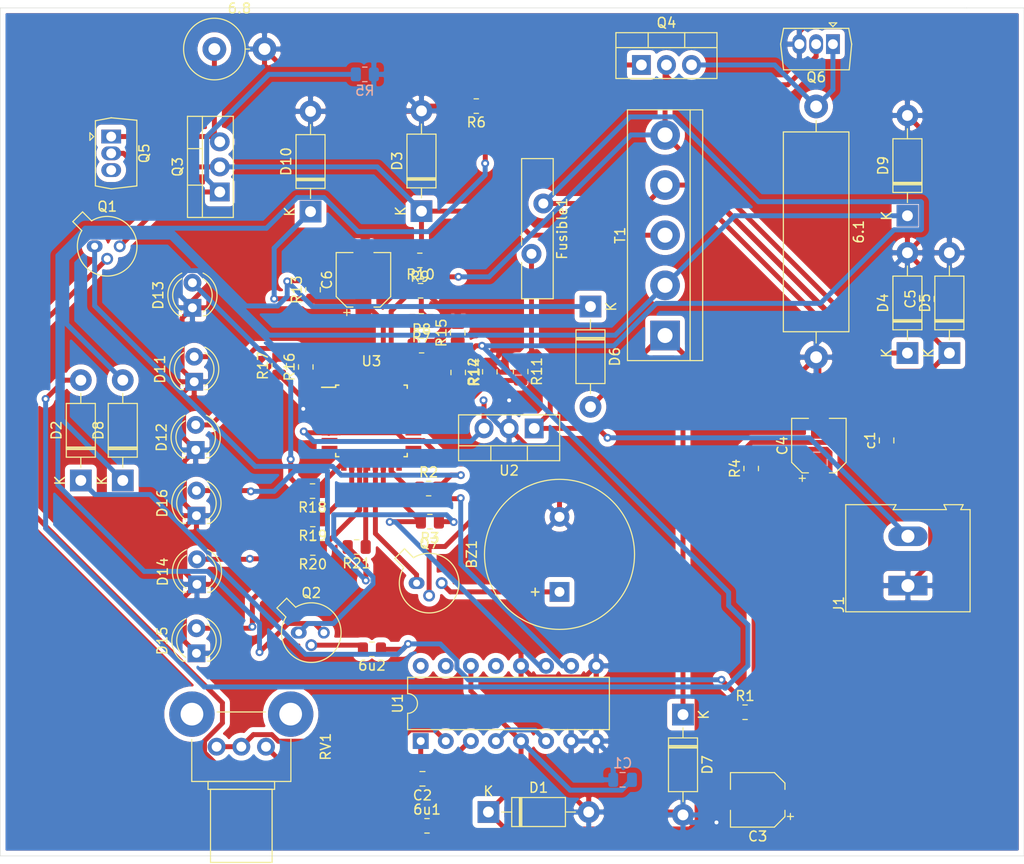
<source format=kicad_pcb>
(kicad_pcb (version 20171130) (host pcbnew "(5.1.9)-1")
  (layers (0 F.Cu signal) (31 B.Cu signal) (34 B.Paste user) (35 F.Paste user) (36 B.SilkS user) (37 F.SilkS user) (38 B.Mask user) (39 F.Mask user) (44 Edge.Cuts user))
  (net 0 "")
  (net 1 GND)
  (net 2 "Net-(6.8-Pad1)")
  (net 3 "Net-(6.1-Pad1)")
  (net 4 "Net-(6u1-Pad2)")
  (net 5 "Net-(6u1-Pad1)")
  (net 6 "Net-(6u2-Pad2)")
  (net 7 "Net-(6u2-Pad1)")
  (net 8 "Net-(BZ1-Pad1)")
  (net 9 "Net-(C1-Pad1)")
  (net 10 "Net-(C2-Pad2)")
  (net 11 "Net-(C5-Pad1)")
  (net 12 A4)
  (net 13 "Net-(D3-Pad1)")
  (net 14 "Net-(D4-Pad1)")
  (net 15 "Net-(D6-Pad2)")
  (net 16 "Net-(D6-Pad1)")
  (net 17 "Net-(D8-Pad2)")
  (net 18 "Net-(D11-Pad2)")
  (net 19 "Net-(D12-Pad2)")
  (net 20 "Net-(D13-Pad2)")
  (net 21 "Net-(D14-Pad2)")
  (net 22 "Net-(D15-Pad2)")
  (net 23 "Net-(D16-Pad2)")
  (net 24 "Net-(Fusible1-Pad2)")
  (net 25 "Net-(Q1-Pad3)")
  (net 26 "Net-(Q1-Pad2)")
  (net 27 "Net-(Q1-Pad1)")
  (net 28 "Net-(Q2-Pad3)")
  (net 29 "Net-(Q2-Pad1)")
  (net 30 "Net-(Q5-Pad3)")
  (net 31 VCC)
  (net 32 "Net-(Q7-Pad1)")
  (net 33 D11)
  (net 34 D10)
  (net 35 A2)
  (net 36 A3)
  (net 37 A0)
  (net 38 A1)
  (net 39 D3)
  (net 40 D4)
  (net 41 D5)
  (net 42 D6)
  (net 43 D7)
  (net 44 D8)
  (net 45 "Net-(RV1-Pad1)")
  (net 46 "Net-(U1-Pad4)")
  (net 47 "Net-(U1-Pad13)")
  (net 48 "Net-(U3-Pad32)")
  (net 49 "Net-(U3-Pad31)")
  (net 50 "Net-(U3-Pad30)")
  (net 51 "Net-(U3-Pad29)")
  (net 52 "Net-(U3-Pad28)")
  (net 53 "Net-(U3-Pad22)")
  (net 54 "Net-(U3-Pad20)")
  (net 55 "Net-(U3-Pad19)")
  (net 56 "Net-(U3-Pad17)")
  (net 57 "Net-(U3-Pad16)")
  (net 58 "Net-(U3-Pad8)")
  (net 59 "Net-(U3-Pad7)")
  (module Package_QFP:TQFP-32_7x7mm_P0.8mm (layer F.Cu) (at 123.19 116.84)
    (fp_text reference U3 (at 0 -6.05) (layer F.SilkS))
    (fp_text value ATmega328P-AU)
    (pad 32 smd rect (at -2.8 -4.25 90) (size 1.6 0.55) (layers F.Cu F.Paste F.Mask) (net 48 "Net-(U3-Pad32)"))
    (pad 31 smd rect (at -2 -4.25 90) (size 1.6 0.55) (layers F.Cu F.Paste F.Mask) (net 49 "Net-(U3-Pad31)"))
    (pad 30 smd rect (at -1.2 -4.25 90) (size 1.6 0.55) (layers F.Cu F.Paste F.Mask) (net 50 "Net-(U3-Pad30)"))
    (pad 29 smd rect (at -0.4 -4.25 90) (size 1.6 0.55) (layers F.Cu F.Paste F.Mask) (net 51 "Net-(U3-Pad29)"))
    (pad 28 smd rect (at 0.4 -4.25 90) (size 1.6 0.55) (layers F.Cu F.Paste F.Mask) (net 52 "Net-(U3-Pad28)"))
    (pad 27 smd rect (at 1.2 -4.25 90) (size 1.6 0.55) (layers F.Cu F.Paste F.Mask) (net 12 A4))
    (pad 26 smd rect (at 2 -4.25 90) (size 1.6 0.55) (layers F.Cu F.Paste F.Mask) (net 36 A3))
    (pad 25 smd rect (at 2.8 -4.25 90) (size 1.6 0.55) (layers F.Cu F.Paste F.Mask) (net 35 A2))
    (pad 24 smd rect (at 4.25 -2.8) (size 1.6 0.55) (layers F.Cu F.Paste F.Mask) (net 38 A1))
    (pad 23 smd rect (at 4.25 -2) (size 1.6 0.55) (layers F.Cu F.Paste F.Mask) (net 37 A0))
    (pad 22 smd rect (at 4.25 -1.2) (size 1.6 0.55) (layers F.Cu F.Paste F.Mask) (net 53 "Net-(U3-Pad22)"))
    (pad 21 smd rect (at 4.25 -0.4) (size 1.6 0.55) (layers F.Cu F.Paste F.Mask) (net 1 GND))
    (pad 20 smd rect (at 4.25 0.4) (size 1.6 0.55) (layers F.Cu F.Paste F.Mask) (net 54 "Net-(U3-Pad20)"))
    (pad 19 smd rect (at 4.25 1.2) (size 1.6 0.55) (layers F.Cu F.Paste F.Mask) (net 55 "Net-(U3-Pad19)"))
    (pad 18 smd rect (at 4.25 2) (size 1.6 0.55) (layers F.Cu F.Paste F.Mask) (net 31 VCC))
    (pad 17 smd rect (at 4.25 2.8) (size 1.6 0.55) (layers F.Cu F.Paste F.Mask) (net 56 "Net-(U3-Pad17)"))
    (pad 16 smd rect (at 2.8 4.25 90) (size 1.6 0.55) (layers F.Cu F.Paste F.Mask) (net 57 "Net-(U3-Pad16)"))
    (pad 15 smd rect (at 2 4.25 90) (size 1.6 0.55) (layers F.Cu F.Paste F.Mask) (net 33 D11))
    (pad 14 smd rect (at 1.2 4.25 90) (size 1.6 0.55) (layers F.Cu F.Paste F.Mask) (net 34 D10))
    (pad 13 smd rect (at 0.4 4.25 90) (size 1.6 0.55) (layers F.Cu F.Paste F.Mask) (net 32 "Net-(Q7-Pad1)"))
    (pad 12 smd rect (at -0.4 4.25 90) (size 1.6 0.55) (layers F.Cu F.Paste F.Mask) (net 44 D8))
    (pad 11 smd rect (at -1.2 4.25 90) (size 1.6 0.55) (layers F.Cu F.Paste F.Mask) (net 43 D7))
    (pad 10 smd rect (at -2 4.25 90) (size 1.6 0.55) (layers F.Cu F.Paste F.Mask) (net 42 D6))
    (pad 9 smd rect (at -2.8 4.25 90) (size 1.6 0.55) (layers F.Cu F.Paste F.Mask) (net 41 D5))
    (pad 8 smd rect (at -4.25 2.8) (size 1.6 0.55) (layers F.Cu F.Paste F.Mask) (net 58 "Net-(U3-Pad8)"))
    (pad 7 smd rect (at -4.25 2) (size 1.6 0.55) (layers F.Cu F.Paste F.Mask) (net 59 "Net-(U3-Pad7)"))
    (pad 6 smd rect (at -4.25 1.2) (size 1.6 0.55) (layers F.Cu F.Paste F.Mask) (net 31 VCC))
    (pad 5 smd rect (at -4.25 0.4) (size 1.6 0.55) (layers F.Cu F.Paste F.Mask) (net 1 GND))
    (pad 4 smd rect (at -4.25 -0.4) (size 1.6 0.55) (layers F.Cu F.Paste F.Mask) (net 31 VCC))
    (pad 3 smd rect (at -4.25 -1.2) (size 1.6 0.55) (layers F.Cu F.Paste F.Mask) (net 1 GND))
    (pad 2 smd rect (at -4.25 -2) (size 1.6 0.55) (layers F.Cu F.Paste F.Mask) (net 40 D4))
    (pad 1 smd rect (at -4.25 -2.8) (size 1.6 0.55) (layers F.Cu F.Paste F.Mask) (net 39 D3))
  )
  (module Package_TO_SOT_THT:TO-220-3_Vertical (layer F.Cu) (at 139.6746 117.602 180)
    (fp_text reference U2 (at 2.54 -4.27) (layer F.SilkS))
    (fp_text value L7805)
    (pad 3 thru_hole oval (at 5.08 0 180) (size 1.905 2) (drill 1.1) (layers *.Cu *.Mask) (net 31 VCC))
    (pad 2 thru_hole oval (at 2.54 0 180) (size 1.905 2) (drill 1.1) (layers *.Cu *.Mask) (net 1 GND))
    (pad 1 thru_hole rect (at 0 0 180) (size 1.905 2) (drill 1.1) (layers *.Cu *.Mask) (net 24 "Net-(Fusible1-Pad2)"))
  )
  (module Package_DIP:DIP-16_W7.62mm (layer F.Cu) (at 128.1811 149.2758 90)
    (fp_text reference U1 (at 3.81 -2.33 90) (layer F.SilkS))
    (fp_text value 4047)
    (pad 16 thru_hole oval (at 7.62 0 90) (size 1.6 1.6) (drill 0.8) (layers *.Cu *.Mask))
    (pad 8 thru_hole oval (at 0 17.78 90) (size 1.6 1.6) (drill 0.8) (layers *.Cu *.Mask) (net 1 GND))
    (pad 15 thru_hole oval (at 7.62 2.54 90) (size 1.6 1.6) (drill 0.8) (layers *.Cu *.Mask))
    (pad 7 thru_hole oval (at 0 15.24 90) (size 1.6 1.6) (drill 0.8) (layers *.Cu *.Mask) (net 1 GND))
    (pad 14 thru_hole oval (at 7.62 5.08 90) (size 1.6 1.6) (drill 0.8) (layers *.Cu *.Mask) (net 9 "Net-(C1-Pad1)"))
    (pad 6 thru_hole oval (at 0 12.7 90) (size 1.6 1.6) (drill 0.8) (layers *.Cu *.Mask) (net 46 "Net-(U1-Pad4)"))
    (pad 13 thru_hole oval (at 7.62 7.62 90) (size 1.6 1.6) (drill 0.8) (layers *.Cu *.Mask) (net 47 "Net-(U1-Pad13)"))
    (pad 5 thru_hole oval (at 0 10.16 90) (size 1.6 1.6) (drill 0.8) (layers *.Cu *.Mask) (net 9 "Net-(C1-Pad1)"))
    (pad 12 thru_hole oval (at 7.62 10.16 90) (size 1.6 1.6) (drill 0.8) (layers *.Cu *.Mask) (net 1 GND))
    (pad 4 thru_hole oval (at 0 7.62 90) (size 1.6 1.6) (drill 0.8) (layers *.Cu *.Mask) (net 46 "Net-(U1-Pad4)"))
    (pad 11 thru_hole oval (at 7.62 12.7 90) (size 1.6 1.6) (drill 0.8) (layers *.Cu *.Mask) (net 34 D10))
    (pad 3 thru_hole oval (at 0 5.08 90) (size 1.6 1.6) (drill 0.8) (layers *.Cu *.Mask) (net 4 "Net-(6u1-Pad2)"))
    (pad 10 thru_hole oval (at 7.62 15.24 90) (size 1.6 1.6) (drill 0.8) (layers *.Cu *.Mask) (net 33 D11))
    (pad 2 thru_hole oval (at 0 2.54 90) (size 1.6 1.6) (drill 0.8) (layers *.Cu *.Mask) (net 45 "Net-(RV1-Pad1)"))
    (pad 9 thru_hole oval (at 7.62 17.78 90) (size 1.6 1.6) (drill 0.8) (layers *.Cu *.Mask) (net 1 GND))
    (pad 1 thru_hole rect (at 0 0 90) (size 1.6 1.6) (drill 0.8) (layers *.Cu *.Mask) (net 10 "Net-(C2-Pad2)"))
  )
  (module TerminalBlock:TerminalBlock_bornier-5_P5.08mm (layer F.Cu) (at 152.9334 108.1913 90)
    (fp_text reference T1 (at 10.15 -4.55 90) (layer F.SilkS))
    (fp_text value Transformer_1P_SS)
    (pad 5 thru_hole circle (at 20.32 0 90) (size 3 3) (drill 1.52) (layers *.Cu *.Mask) (net 14 "Net-(D4-Pad1)"))
    (pad 4 thru_hole circle (at 15.24 0 90) (size 3 3) (drill 1.52) (layers *.Cu *.Mask) (net 11 "Net-(C5-Pad1)"))
    (pad 1 thru_hole rect (at 0 0 90) (size 3 3) (drill 1.52) (layers *.Cu *.Mask) (net 15 "Net-(D6-Pad2)"))
    (pad 3 thru_hole circle (at 10.16 0 90) (size 3 3) (drill 1.52) (layers *.Cu *.Mask) (net 13 "Net-(D3-Pad1)"))
    (pad 2 thru_hole circle (at 5.08 0 90) (size 3 3) (drill 1.52) (layers *.Cu *.Mask) (net 17 "Net-(D8-Pad2)"))
  )
  (module Potentiometer_THT:Potentiometer_Alps_RK09K_Single_Horizontal (layer F.Cu) (at 107.5055 149.8473 270)
    (fp_text reference RV1 (at 0 -11.05 90) (layer F.SilkS))
    (fp_text value 50K)
    (pad "" thru_hole circle (at -3.3 2.5 270) (size 4.6 4.6) (drill 2.3) (layers *.Cu *.Mask))
    (pad "" thru_hole circle (at -3.3 -7.5 270) (size 4.6 4.6) (drill 2.3) (layers *.Cu *.Mask))
    (pad 1 thru_hole circle (at 0 0 270) (size 1.8 1.8) (drill 1) (layers *.Cu *.Mask) (net 45 "Net-(RV1-Pad1)"))
    (pad 2 thru_hole circle (at 0 -2.5 270) (size 1.8 1.8) (drill 1) (layers *.Cu *.Mask) (net 45 "Net-(RV1-Pad1)"))
    (pad 3 thru_hole circle (at 0 -5 270) (size 1.8 1.8) (drill 1) (layers *.Cu *.Mask) (net 5 "Net-(6u1-Pad1)"))
  )
  (module Resistor_SMD:R_0805_2012Metric (layer F.Cu) (at 121.6933 129.6162 180)
    (fp_text reference R21 (at 0 -1.65) (layer F.SilkS))
    (fp_text value 1K)
    (pad 2 smd roundrect (at 0.9125 0 180) (size 1.025 1.4) (layers F.Cu F.Paste F.Mask) (roundrect_rratio 0.243902) (net 23 "Net-(D16-Pad2)"))
    (pad 1 smd roundrect (at -0.9125 0 180) (size 1.025 1.4) (layers F.Cu F.Paste F.Mask) (roundrect_rratio 0.243902) (net 44 D8))
  )
  (module Resistor_SMD:R_0805_2012Metric (layer F.Cu) (at 117.2483 129.7178 180)
    (fp_text reference R20 (at 0 -1.65) (layer F.SilkS))
    (fp_text value 1K)
    (pad 2 smd roundrect (at 0.9125 0 180) (size 1.025 1.4) (layers F.Cu F.Paste F.Mask) (roundrect_rratio 0.243902) (net 22 "Net-(D15-Pad2)"))
    (pad 1 smd roundrect (at -0.9125 0 180) (size 1.025 1.4) (layers F.Cu F.Paste F.Mask) (roundrect_rratio 0.243902) (net 43 D7))
  )
  (module Resistor_SMD:R_0805_2012Metric (layer F.Cu) (at 117.2445 126.8222 180)
    (fp_text reference R19 (at 0 -1.65) (layer F.SilkS))
    (fp_text value 1K)
    (pad 2 smd roundrect (at 0.9125 0 180) (size 1.025 1.4) (layers F.Cu F.Paste F.Mask) (roundrect_rratio 0.243902) (net 21 "Net-(D14-Pad2)"))
    (pad 1 smd roundrect (at -0.9125 0 180) (size 1.025 1.4) (layers F.Cu F.Paste F.Mask) (roundrect_rratio 0.243902) (net 42 D6))
  )
  (module Resistor_SMD:R_0805_2012Metric (layer F.Cu) (at 117.2191 123.952 180)
    (fp_text reference R18 (at 0 -1.65) (layer F.SilkS))
    (fp_text value 1K)
    (pad 2 smd roundrect (at 0.9125 0 180) (size 1.025 1.4) (layers F.Cu F.Paste F.Mask) (roundrect_rratio 0.243902) (net 20 "Net-(D13-Pad2)"))
    (pad 1 smd roundrect (at -0.9125 0 180) (size 1.025 1.4) (layers F.Cu F.Paste F.Mask) (roundrect_rratio 0.243902) (net 41 D5))
  )
  (module Resistor_SMD:R_0805_2012Metric (layer F.Cu) (at 113.8428 111.2501 90)
    (fp_text reference R17 (at 0 -1.65 90) (layer F.SilkS))
    (fp_text value 1K)
    (pad 2 smd roundrect (at 0.9125 0 90) (size 1.025 1.4) (layers F.Cu F.Paste F.Mask) (roundrect_rratio 0.243902) (net 19 "Net-(D12-Pad2)"))
    (pad 1 smd roundrect (at -0.9125 0 90) (size 1.025 1.4) (layers F.Cu F.Paste F.Mask) (roundrect_rratio 0.243902) (net 40 D4))
  )
  (module Resistor_SMD:R_0805_2012Metric (layer F.Cu) (at 116.5352 111.3771 90)
    (fp_text reference R16 (at 0 -1.65 90) (layer F.SilkS))
    (fp_text value 1K)
    (pad 2 smd roundrect (at 0.9125 0 90) (size 1.025 1.4) (layers F.Cu F.Paste F.Mask) (roundrect_rratio 0.243902) (net 18 "Net-(D11-Pad2)"))
    (pad 1 smd roundrect (at -0.9125 0 90) (size 1.025 1.4) (layers F.Cu F.Paste F.Mask) (roundrect_rratio 0.243902) (net 39 D3))
  )
  (module Resistor_SMD:R_0805_2012Metric (layer F.Cu) (at 131.9276 107.9227 90)
    (fp_text reference R15 (at 0 -1.65 90) (layer F.SilkS))
    (fp_text value 1K)
    (pad 2 smd roundrect (at 0.9125 0 90) (size 1.025 1.4) (layers F.Cu F.Paste F.Mask) (roundrect_rratio 0.243902) (net 1 GND))
    (pad 1 smd roundrect (at -0.9125 0 90) (size 1.025 1.4) (layers F.Cu F.Paste F.Mask) (roundrect_rratio 0.243902) (net 38 A1))
  )
  (module Resistor_SMD:R_0805_2012Metric (layer F.Cu) (at 131.9784 111.9378 270)
    (fp_text reference R14 (at 0 -1.65 90) (layer F.SilkS))
    (fp_text value 1.5K)
    (pad 2 smd roundrect (at 0.9125 0 270) (size 1.025 1.4) (layers F.Cu F.Paste F.Mask) (roundrect_rratio 0.243902) (net 38 A1))
    (pad 1 smd roundrect (at -0.9125 0 270) (size 1.025 1.4) (layers F.Cu F.Paste F.Mask) (roundrect_rratio 0.243902) (net 11 "Net-(C5-Pad1)"))
  )
  (module Resistor_SMD:R_0805_2012Metric (layer F.Cu) (at 117.2718 103.5539 90)
    (fp_text reference R13 (at 0 -1.65 90) (layer F.SilkS))
    (fp_text value 1K)
    (pad 2 smd roundrect (at 0.9125 0 90) (size 1.025 1.4) (layers F.Cu F.Paste F.Mask) (roundrect_rratio 0.243902) (net 16 "Net-(D6-Pad1)"))
    (pad 1 smd roundrect (at -0.9125 0 90) (size 1.025 1.4) (layers F.Cu F.Paste F.Mask) (roundrect_rratio 0.243902) (net 12 A4))
  )
  (module Resistor_SMD:R_0805_2012Metric (layer F.Cu) (at 135.1788 111.8635 90)
    (fp_text reference R12 (at 0 -1.65 90) (layer F.SilkS))
    (fp_text value 1K)
    (pad 2 smd roundrect (at 0.9125 0 90) (size 1.025 1.4) (layers F.Cu F.Paste F.Mask) (roundrect_rratio 0.243902) (net 1 GND))
    (pad 1 smd roundrect (at -0.9125 0 90) (size 1.025 1.4) (layers F.Cu F.Paste F.Mask) (roundrect_rratio 0.243902) (net 37 A0))
  )
  (module Resistor_SMD:R_0805_2012Metric (layer F.Cu) (at 138.303 111.8381 270)
    (fp_text reference R11 (at 0 -1.65 90) (layer F.SilkS))
    (fp_text value 1.5K)
    (pad 2 smd roundrect (at 0.9125 0 270) (size 1.025 1.4) (layers F.Cu F.Paste F.Mask) (roundrect_rratio 0.243902) (net 37 A0))
    (pad 1 smd roundrect (at -0.9125 0 270) (size 1.025 1.4) (layers F.Cu F.Paste F.Mask) (roundrect_rratio 0.243902) (net 24 "Net-(Fusible1-Pad2)"))
  )
  (module Resistor_SMD:R_0805_2012Metric (layer F.Cu) (at 128.1665 103.6574)
    (fp_text reference R10 (at 0 -1.65) (layer F.SilkS))
    (fp_text value 1.2k)
    (pad 2 smd roundrect (at 0.9125 0) (size 1.025 1.4) (layers F.Cu F.Paste F.Mask) (roundrect_rratio 0.243902) (net 1 GND))
    (pad 1 smd roundrect (at -0.9125 0) (size 1.025 1.4) (layers F.Cu F.Paste F.Mask) (roundrect_rratio 0.243902) (net 36 A3))
  )
  (module Resistor_SMD:R_0805_2012Metric (layer F.Cu) (at 128.0903 100.584 180)
    (fp_text reference R9 (at 0 -1.65) (layer F.SilkS))
    (fp_text value 2.2k)
    (pad 2 smd roundrect (at 0.9125 0 180) (size 1.025 1.4) (layers F.Cu F.Paste F.Mask) (roundrect_rratio 0.243902) (net 36 A3))
    (pad 1 smd roundrect (at -0.9125 0 180) (size 1.025 1.4) (layers F.Cu F.Paste F.Mask) (roundrect_rratio 0.243902) (net 13 "Net-(D3-Pad1)"))
  )
  (module Resistor_SMD:R_0805_2012Metric (layer F.Cu) (at 128.27 109.22)
    (fp_text reference R8 (at 0 -1.65) (layer F.SilkS))
    (fp_text value 1.2k)
    (pad 2 smd roundrect (at 0.9125 0) (size 1.025 1.4) (layers F.Cu F.Paste F.Mask) (roundrect_rratio 0.243902) (net 1 GND))
    (pad 1 smd roundrect (at -0.9125 0) (size 1.025 1.4) (layers F.Cu F.Paste F.Mask) (roundrect_rratio 0.243902) (net 35 A2))
  )
  (module Resistor_SMD:R_0805_2012Metric (layer F.Cu) (at 128.2427 106.7054 180)
    (fp_text reference R7 (at 0 -1.65) (layer F.SilkS))
    (fp_text value 2.2k)
    (pad 2 smd roundrect (at 0.9125 0 180) (size 1.025 1.4) (layers F.Cu F.Paste F.Mask) (roundrect_rratio 0.243902) (net 35 A2))
    (pad 1 smd roundrect (at -0.9125 0 180) (size 1.025 1.4) (layers F.Cu F.Paste F.Mask) (roundrect_rratio 0.243902) (net 14 "Net-(D4-Pad1)"))
  )
  (module Resistor_SMD:R_0805_2012Metric (layer F.Cu) (at 133.8091 84.9503 180)
    (fp_text reference R6 (at 0 -1.65) (layer F.SilkS))
    (fp_text value 1K)
    (pad 2 smd roundrect (at 0.9125 0 180) (size 1.025 1.4) (layers F.Cu F.Paste F.Mask) (roundrect_rratio 0.243902) (net 1 GND))
    (pad 1 smd roundrect (at -0.9125 0 180) (size 1.025 1.4) (layers F.Cu F.Paste F.Mask) (roundrect_rratio 0.243902) (net 28 "Net-(Q2-Pad3)"))
  )
  (module Resistor_SMD:R_0805_2012Metric (layer B.Cu) (at 122.5188 81.7372)
    (fp_text reference R5 (at 0 1.65) (layer B.SilkS) (effects (justify mirror)))
    (fp_text value 1K)
    (pad 2 smd roundrect (at 0.9125 0) (size 1.025 1.4) (layers B.Cu B.Paste B.Mask) (roundrect_rratio 0.243902) (net 1 GND))
    (pad 1 smd roundrect (at -0.9125 0) (size 1.025 1.4) (layers B.Cu B.Paste B.Mask) (roundrect_rratio 0.243902) (net 25 "Net-(Q1-Pad3)"))
  )
  (module Resistor_SMD:R_0805_2012Metric (layer F.Cu) (at 161.6583 121.6641 90)
    (fp_text reference R4 (at 0 -1.65 90) (layer F.SilkS))
    (fp_text value 100)
    (pad 2 smd roundrect (at 0.9125 0 90) (size 1.025 1.4) (layers F.Cu F.Paste F.Mask) (roundrect_rratio 0.243902) (net 26 "Net-(Q1-Pad2)"))
    (pad 1 smd roundrect (at -0.9125 0 90) (size 1.025 1.4) (layers F.Cu F.Paste F.Mask) (roundrect_rratio 0.243902) (net 7 "Net-(6u2-Pad1)"))
  )
  (module Resistor_SMD:R_0805_2012Metric (layer F.Cu) (at 129.1101 127.0508 180)
    (fp_text reference R3 (at 0 -1.65) (layer F.SilkS))
    (fp_text value 1K)
    (pad 2 smd roundrect (at 0.9125 0 180) (size 1.025 1.4) (layers F.Cu F.Paste F.Mask) (roundrect_rratio 0.243902) (net 34 D10))
    (pad 1 smd roundrect (at -0.9125 0 180) (size 1.025 1.4) (layers F.Cu F.Paste F.Mask) (roundrect_rratio 0.243902) (net 29 "Net-(Q2-Pad1)"))
  )
  (module Resistor_SMD:R_0805_2012Metric (layer F.Cu) (at 128.9831 123.698)
    (fp_text reference R2 (at 0 -1.65) (layer F.SilkS))
    (fp_text value 1K)
    (pad 2 smd roundrect (at 0.9125 0) (size 1.025 1.4) (layers F.Cu F.Paste F.Mask) (roundrect_rratio 0.243902) (net 27 "Net-(Q1-Pad1)"))
    (pad 1 smd roundrect (at -0.9125 0) (size 1.025 1.4) (layers F.Cu F.Paste F.Mask) (roundrect_rratio 0.243902) (net 33 D11))
  )
  (module Resistor_SMD:R_0805_2012Metric (layer F.Cu) (at 161.0379 146.3548)
    (fp_text reference R1 (at 0 -1.65) (layer F.SilkS))
    (fp_text value 220)
    (pad 2 smd roundrect (at 0.9125 0) (size 1.025 1.4) (layers F.Cu F.Paste F.Mask) (roundrect_rratio 0.243902) (net 7 "Net-(6u2-Pad1)"))
    (pad 1 smd roundrect (at -0.9125 0) (size 1.025 1.4) (layers F.Cu F.Paste F.Mask) (roundrect_rratio 0.243902) (net 9 "Net-(C1-Pad1)"))
  )
  (module Package_TO_SOT_THT:TO-18-3 (layer F.Cu) (at 127.762 133.2738)
    (fp_text reference Q7 (at 1.27 -4.02) (layer F.SilkS))
    (fp_text value 2N2222)
    (pad 3 thru_hole oval (at 2.54 0) (size 1.2 1.2) (drill 0.7) (layers *.Cu *.Mask) (net 8 "Net-(BZ1-Pad1)"))
    (pad 2 thru_hole oval (at 1.27 1.27) (size 1.2 1.2) (drill 0.7) (layers *.Cu *.Mask) (net 31 VCC))
    (pad 1 thru_hole oval (at 0 0) (size 1.6 1.2) (drill 0.7) (layers *.Cu *.Mask) (net 32 "Net-(Q7-Pad1)"))
  )
  (module Package_TO_SOT_THT:NEC_Molded_7x4x9mm (layer F.Cu) (at 169.9387 78.6765 180)
    (fp_text reference Q6 (at 1.7 -3.35) (layer F.SilkS))
    (fp_text value 2N3772)
    (pad 1 thru_hole rect (at 0 0) (size 1.4 2) (drill 1) (layers *.Cu *.Mask) (net 3 "Net-(6.1-Pad1)"))
    (pad 3 thru_hole oval (at 3.4 0) (size 1.4 2) (drill 1) (layers *.Cu *.Mask) (net 1 GND))
    (pad 2 thru_hole oval (at 1.7 0) (size 1.4 2) (drill 1) (layers *.Cu *.Mask) (net 14 "Net-(D4-Pad1)"))
  )
  (module Package_TO_SOT_THT:NEC_Molded_7x4x9mm (layer F.Cu) (at 96.8248 88.0364 270)
    (fp_text reference Q5 (at 1.7 -3.35 90) (layer F.SilkS))
    (fp_text value 2N3772)
    (pad 1 thru_hole rect (at 0 0 90) (size 1.4 2) (drill 1) (layers *.Cu *.Mask) (net 2 "Net-(6.8-Pad1)"))
    (pad 3 thru_hole oval (at 3.4 0 90) (size 1.4 2) (drill 1) (layers *.Cu *.Mask) (net 30 "Net-(Q5-Pad3)"))
    (pad 2 thru_hole oval (at 1.7 0 90) (size 1.4 2) (drill 1) (layers *.Cu *.Mask) (net 13 "Net-(D3-Pad1)"))
  )
  (module Package_TO_SOT_THT:TO-220-3_Vertical (layer F.Cu) (at 150.5331 80.7847)
    (fp_text reference Q4 (at 2.54 -4.27) (layer F.SilkS))
    (fp_text value BD239)
    (pad 3 thru_hole oval (at 5.08 0) (size 1.905 2) (drill 1.1) (layers *.Cu *.Mask) (net 3 "Net-(6.1-Pad1)"))
    (pad 2 thru_hole oval (at 2.54 0) (size 1.905 2) (drill 1.1) (layers *.Cu *.Mask) (net 14 "Net-(D4-Pad1)"))
    (pad 1 thru_hole rect (at 0 0) (size 1.905 2) (drill 1.1) (layers *.Cu *.Mask) (net 28 "Net-(Q2-Pad3)"))
  )
  (module Package_TO_SOT_THT:TO-220-3_Vertical (layer F.Cu) (at 107.823 93.6498 90)
    (fp_text reference Q3 (at 2.54 -4.27 90) (layer F.SilkS))
    (fp_text value BD239)
    (pad 3 thru_hole oval (at 5.08 0 90) (size 1.905 2) (drill 1.1) (layers *.Cu *.Mask) (net 2 "Net-(6.8-Pad1)"))
    (pad 2 thru_hole oval (at 2.54 0 90) (size 1.905 2) (drill 1.1) (layers *.Cu *.Mask) (net 13 "Net-(D3-Pad1)"))
    (pad 1 thru_hole rect (at 0 0 90) (size 1.905 2) (drill 1.1) (layers *.Cu *.Mask) (net 25 "Net-(Q1-Pad3)"))
  )
  (module Package_TO_SOT_THT:TO-18-3 (layer F.Cu) (at 115.824 138.2903)
    (fp_text reference Q2 (at 1.27 -4.02) (layer F.SilkS))
    (fp_text value 2N2222)
    (pad 3 thru_hole oval (at 2.54 0) (size 1.2 1.2) (drill 0.7) (layers *.Cu *.Mask) (net 28 "Net-(Q2-Pad3)"))
    (pad 2 thru_hole oval (at 1.27 1.27) (size 1.2 1.2) (drill 0.7) (layers *.Cu *.Mask) (net 6 "Net-(6u2-Pad2)"))
    (pad 1 thru_hole oval (at 0 0) (size 1.6 1.2) (drill 0.7) (layers *.Cu *.Mask) (net 29 "Net-(Q2-Pad1)"))
  )
  (module Package_TO_SOT_THT:TO-18-3 (layer F.Cu) (at 95.1484 99.1489)
    (fp_text reference Q1 (at 1.27 -4.02) (layer F.SilkS))
    (fp_text value 2N2222)
    (pad 3 thru_hole oval (at 2.54 0) (size 1.2 1.2) (drill 0.7) (layers *.Cu *.Mask) (net 25 "Net-(Q1-Pad3)"))
    (pad 2 thru_hole oval (at 1.27 1.27) (size 1.2 1.2) (drill 0.7) (layers *.Cu *.Mask) (net 26 "Net-(Q1-Pad2)"))
    (pad 1 thru_hole oval (at 0 0) (size 1.6 1.2) (drill 0.7) (layers *.Cu *.Mask) (net 27 "Net-(Q1-Pad1)"))
  )
  (module TerminalBlock:TerminalBlock_Altech_AK300-2_P5.00mm (layer F.Cu) (at 177.5333 133.5278 90)
    (fp_text reference J1 (at -1.92 -6.99 90) (layer F.SilkS))
    (fp_text value Conn_01x02_Male)
    (pad 2 thru_hole oval (at 5 0 90) (size 1.98 3.96) (drill 1.32) (layers *.Cu *.Mask) (net 24 "Net-(Fusible1-Pad2)"))
    (pad 1 thru_hole rect (at 0 0 90) (size 1.98 3.96) (drill 1.32) (layers *.Cu *.Mask) (net 1 GND))
  )
  (module Fuse:Fuse_Bourns_MF-RG900 (layer F.Cu) (at 140.6017 94.8182 270)
    (fp_text reference Fusible1 (at 2.55 -1.9 90) (layer F.SilkS))
    (fp_text value 10A)
    (pad 2 thru_hole circle (at 5.1 1.2 270) (size 2.01 2.01) (drill 1.01) (layers *.Cu *.Mask) (net 24 "Net-(Fusible1-Pad2)"))
    (pad 1 thru_hole circle (at 0 0 270) (size 2.01 2.01) (drill 1.01) (layers *.Cu *.Mask) (net 11 "Net-(C5-Pad1)"))
  )
  (module LED_THT:LED_D4.0mm (layer F.Cu) (at 105.4608 126.4412 90)
    (fp_text reference D16 (at 1.27 -3.46 90) (layer F.SilkS))
    (fp_text value LED)
    (pad 2 thru_hole circle (at 2.54 0 90) (size 1.8 1.8) (drill 0.9) (layers *.Cu *.Mask) (net 23 "Net-(D16-Pad2)"))
    (pad 1 thru_hole rect (at 0 0 90) (size 1.8 1.8) (drill 0.9) (layers *.Cu *.Mask) (net 1 GND))
  )
  (module LED_THT:LED_D4.0mm (layer F.Cu) (at 105.4608 140.3858 90)
    (fp_text reference D15 (at 1.27 -3.46 90) (layer F.SilkS))
    (fp_text value LED)
    (pad 2 thru_hole circle (at 2.54 0 90) (size 1.8 1.8) (drill 0.9) (layers *.Cu *.Mask) (net 22 "Net-(D15-Pad2)"))
    (pad 1 thru_hole rect (at 0 0 90) (size 1.8 1.8) (drill 0.9) (layers *.Cu *.Mask) (net 1 GND))
  )
  (module LED_THT:LED_D4.0mm (layer F.Cu) (at 105.5116 133.4008 90)
    (fp_text reference D14 (at 1.27 -3.46 90) (layer F.SilkS))
    (fp_text value LED)
    (pad 2 thru_hole circle (at 2.54 0 90) (size 1.8 1.8) (drill 0.9) (layers *.Cu *.Mask) (net 21 "Net-(D14-Pad2)"))
    (pad 1 thru_hole rect (at 0 0 90) (size 1.8 1.8) (drill 0.9) (layers *.Cu *.Mask) (net 1 GND))
  )
  (module LED_THT:LED_D4.0mm (layer F.Cu) (at 105.0544 105.3846 90)
    (fp_text reference D13 (at 1.27 -3.46 90) (layer F.SilkS))
    (fp_text value LED)
    (pad 2 thru_hole circle (at 2.54 0 90) (size 1.8 1.8) (drill 0.9) (layers *.Cu *.Mask) (net 20 "Net-(D13-Pad2)"))
    (pad 1 thru_hole rect (at 0 0 90) (size 1.8 1.8) (drill 0.9) (layers *.Cu *.Mask) (net 1 GND))
  )
  (module LED_THT:LED_D4.0mm (layer F.Cu) (at 105.3846 119.7864 90)
    (fp_text reference D12 (at 1.27 -3.46 90) (layer F.SilkS))
    (fp_text value LED)
    (pad 2 thru_hole circle (at 2.54 0 90) (size 1.8 1.8) (drill 0.9) (layers *.Cu *.Mask) (net 19 "Net-(D12-Pad2)"))
    (pad 1 thru_hole rect (at 0 0 90) (size 1.8 1.8) (drill 0.9) (layers *.Cu *.Mask) (net 1 GND))
  )
  (module LED_THT:LED_D4.0mm (layer F.Cu) (at 105.2322 112.8776 90)
    (fp_text reference D11 (at 1.27 -3.46 90) (layer F.SilkS))
    (fp_text value LED)
    (pad 2 thru_hole circle (at 2.54 0 90) (size 1.8 1.8) (drill 0.9) (layers *.Cu *.Mask) (net 18 "Net-(D11-Pad2)"))
    (pad 1 thru_hole rect (at 0 0 90) (size 1.8 1.8) (drill 0.9) (layers *.Cu *.Mask) (net 1 GND))
  )
  (module Diode_THT:D_DO-41_SOD81_P10.16mm_Horizontal (layer F.Cu) (at 117.0178 95.6437 90)
    (fp_text reference D10 (at 5.08 -2.47 90) (layer F.SilkS))
    (fp_text value 1N4732A)
    (fp_text user K (at 0 -2.1 90) (layer F.SilkS))
    (pad 2 thru_hole oval (at 10.16 0 90) (size 2.2 2.2) (drill 1.1) (layers *.Cu *.Mask) (net 1 GND))
    (pad 1 thru_hole rect (at 0 0 90) (size 2.2 2.2) (drill 1.1) (layers *.Cu *.Mask) (net 12 A4))
  )
  (module Diode_THT:D_DO-41_SOD81_P10.16mm_Horizontal (layer F.Cu) (at 177.4858 96.0613 90)
    (fp_text reference D9 (at 5.08 -2.47 90) (layer F.SilkS))
    (fp_text value 1N4004)
    (fp_text user K (at 0 -2.1 90) (layer F.SilkS))
    (pad 2 thru_hole oval (at 10.16 0 90) (size 2.2 2.2) (drill 1.1) (layers *.Cu *.Mask) (net 1 GND))
    (pad 1 thru_hole rect (at 0 0 90) (size 2.2 2.2) (drill 1.1) (layers *.Cu *.Mask) (net 17 "Net-(D8-Pad2)"))
  )
  (module Diode_THT:D_DO-41_SOD81_P10.16mm_Horizontal (layer F.Cu) (at 97.9976 122.8763 90)
    (fp_text reference D8 (at 5.08 -2.47 90) (layer F.SilkS))
    (fp_text value 1N4004)
    (fp_text user K (at 0 -2.1 90) (layer F.SilkS))
    (pad 2 thru_hole oval (at 10.16 0 90) (size 2.2 2.2) (drill 1.1) (layers *.Cu *.Mask) (net 17 "Net-(D8-Pad2)"))
    (pad 1 thru_hole rect (at 0 0 90) (size 2.2 2.2) (drill 1.1) (layers *.Cu *.Mask) (net 16 "Net-(D6-Pad1)"))
  )
  (module Diode_THT:D_DO-41_SOD81_P10.16mm_Horizontal (layer F.Cu) (at 154.7495 146.5961 270)
    (fp_text reference D7 (at 5.08 -2.47 90) (layer F.SilkS))
    (fp_text value 1N4004)
    (fp_text user K (at 0 -2.1 90) (layer F.SilkS))
    (pad 2 thru_hole oval (at 10.16 0 270) (size 2.2 2.2) (drill 1.1) (layers *.Cu *.Mask) (net 1 GND))
    (pad 1 thru_hole rect (at 0 0 270) (size 2.2 2.2) (drill 1.1) (layers *.Cu *.Mask) (net 15 "Net-(D6-Pad2)"))
  )
  (module Diode_THT:D_DO-41_SOD81_P10.16mm_Horizontal (layer F.Cu) (at 145.3769 105.2576 270)
    (fp_text reference D6 (at 5.08 -2.47 90) (layer F.SilkS))
    (fp_text value 1N4004)
    (fp_text user K (at 0 -2.1 90) (layer F.SilkS))
    (pad 2 thru_hole oval (at 10.16 0 270) (size 2.2 2.2) (drill 1.1) (layers *.Cu *.Mask) (net 15 "Net-(D6-Pad2)"))
    (pad 1 thru_hole rect (at 0 0 270) (size 2.2 2.2) (drill 1.1) (layers *.Cu *.Mask) (net 16 "Net-(D6-Pad1)"))
  )
  (module Diode_THT:D_DO-41_SOD81_P10.16mm_Horizontal (layer F.Cu) (at 181.7358 109.9713 90)
    (fp_text reference D5 (at 5.08 -2.47 90) (layer F.SilkS))
    (fp_text value 5A)
    (fp_text user K (at 0 -2.1 90) (layer F.SilkS))
    (pad 2 thru_hole oval (at 10.16 0 90) (size 2.2 2.2) (drill 1.1) (layers *.Cu *.Mask) (net 1 GND))
    (pad 1 thru_hole rect (at 0 0 90) (size 2.2 2.2) (drill 1.1) (layers *.Cu *.Mask) (net 11 "Net-(C5-Pad1)"))
  )
  (module Diode_THT:D_DO-41_SOD81_P10.16mm_Horizontal (layer F.Cu) (at 177.4858 109.9713 90)
    (fp_text reference D4 (at 5.08 -2.47 90) (layer F.SilkS))
    (fp_text value 1N4004)
    (fp_text user K (at 0 -2.1 90) (layer F.SilkS))
    (pad 2 thru_hole oval (at 10.16 0 90) (size 2.2 2.2) (drill 1.1) (layers *.Cu *.Mask) (net 1 GND))
    (pad 1 thru_hole rect (at 0 0 90) (size 2.2 2.2) (drill 1.1) (layers *.Cu *.Mask) (net 14 "Net-(D4-Pad1)"))
  )
  (module Diode_THT:D_DO-41_SOD81_P10.16mm_Horizontal (layer F.Cu) (at 128.2573 95.5929 90)
    (fp_text reference D3 (at 5.08 -2.47 90) (layer F.SilkS))
    (fp_text value 1N4004)
    (fp_text user K (at 0 -2.1 90) (layer F.SilkS))
    (pad 2 thru_hole oval (at 10.16 0 90) (size 2.2 2.2) (drill 1.1) (layers *.Cu *.Mask) (net 1 GND))
    (pad 1 thru_hole rect (at 0 0 90) (size 2.2 2.2) (drill 1.1) (layers *.Cu *.Mask) (net 13 "Net-(D3-Pad1)"))
  )
  (module Diode_THT:D_DO-41_SOD81_P10.16mm_Horizontal (layer F.Cu) (at 93.7476 122.8763 90)
    (fp_text reference D2 (at 5.08 -2.47 90) (layer F.SilkS))
    (fp_text value 1N4004)
    (fp_text user K (at 0 -2.1 90) (layer F.SilkS))
    (pad 2 thru_hole oval (at 10.16 0 90) (size 2.2 2.2) (drill 1.1) (layers *.Cu *.Mask) (net 11 "Net-(C5-Pad1)"))
    (pad 1 thru_hole rect (at 0 0 90) (size 2.2 2.2) (drill 1.1) (layers *.Cu *.Mask) (net 7 "Net-(6u2-Pad1)"))
  )
  (module Diode_THT:D_DO-41_SOD81_P10.16mm_Horizontal (layer F.Cu) (at 135.0391 156.464)
    (fp_text reference D1 (at 5.08 -2.47) (layer F.SilkS))
    (fp_text value 9.1v)
    (fp_text user K (at 0 -2.1) (layer F.SilkS))
    (pad 2 thru_hole oval (at 10.16 0) (size 2.2 2.2) (drill 1.1) (layers *.Cu *.Mask) (net 1 GND))
    (pad 1 thru_hole rect (at 0 0) (size 2.2 2.2) (drill 1.1) (layers *.Cu *.Mask) (net 9 "Net-(C1-Pad1)"))
  )
  (module Capacitor_SMD:CP_Elec_5x5.9 (layer F.Cu) (at 122.3772 102.5496 90)
    (fp_text reference C6 (at 0 -3.7 90) (layer F.SilkS))
    (fp_text value 1uF)
    (pad 2 smd roundrect (at 2.2 0 90) (size 3 1.6) (layers F.Cu F.Paste F.Mask) (roundrect_rratio 0.15625) (net 1 GND))
    (pad 1 smd roundrect (at -2.2 0 90) (size 3 1.6) (layers F.Cu F.Paste F.Mask) (roundrect_rratio 0.15625) (net 12 A4))
  )
  (module Capacitor_SMD:C_0805_2012Metric (layer F.Cu) (at 179.4637 104.4931 90)
    (fp_text reference C5 (at 0 -1.68 90) (layer F.SilkS))
    (fp_text value 470nF)
    (pad 2 smd roundrect (at 0.95 0 90) (size 1 1.45) (layers F.Cu F.Paste F.Mask) (net 1 GND))
    (pad 1 smd roundrect (at -0.95 0 90) (size 1 1.45) (layers F.Cu F.Paste F.Mask) (net 11 "Net-(C5-Pad1)"))
  )
  (module Capacitor_SMD:CP_Elec_5x5.7 (layer F.Cu) (at 168.5163 119.3448 90)
    (fp_text reference C4 (at 0 -3.7 90) (layer F.SilkS))
    (fp_text value 100uF)
    (pad 2 smd roundrect (at 2.2 0 90) (size 3 1.6) (layers F.Cu F.Paste F.Mask) (roundrect_rratio 0.15625) (net 1 GND))
    (pad 1 smd roundrect (at -2.2 0 90) (size 3 1.6) (layers F.Cu F.Paste F.Mask) (roundrect_rratio 0.15625) (net 7 "Net-(6u2-Pad1)"))
  )
  (module Capacitor_SMD:CP_Elec_5x5.7 (layer F.Cu) (at 162.3187 155.2321 180)
    (fp_text reference C3 (at 0 -3.7) (layer F.SilkS))
    (fp_text value 47uF)
    (pad 2 smd roundrect (at 2.2 0 180) (size 3 1.6) (layers F.Cu F.Paste F.Mask) (roundrect_rratio 0.15625) (net 1 GND))
    (pad 1 smd roundrect (at -2.2 0 180) (size 3 1.6) (layers F.Cu F.Paste F.Mask) (roundrect_rratio 0.15625) (net 9 "Net-(C1-Pad1)"))
  )
  (module Capacitor_SMD:C_0805_2012Metric (layer F.Cu) (at 128.3564 153.0985 180)
    (fp_text reference C2 (at 0 -1.68) (layer F.SilkS))
    (fp_text value 100nF)
    (pad 2 smd roundrect (at 0.95 0 180) (size 1 1.45) (layers F.Cu F.Paste F.Mask) (net 10 "Net-(C2-Pad2)"))
    (pad 1 smd roundrect (at -0.95 0 180) (size 1 1.45) (layers F.Cu F.Paste F.Mask) (net 4 "Net-(6u1-Pad2)"))
  )
  (module Capacitor_SMD:C_0805_2012Metric (layer B.Cu) (at 148.6306 153.2001 180)
    (fp_text reference C1 (at 0 1.68) (layer B.SilkS) (effects (justify mirror)))
    (fp_text value 10nF)
    (pad 2 smd roundrect (at 0.95 0 180) (size 1 1.45) (layers B.Cu B.Paste B.Mask) (net 1 GND))
    (pad 1 smd roundrect (at -0.95 0 180) (size 1 1.45) (layers B.Cu B.Paste B.Mask) (net 9 "Net-(C1-Pad1)"))
  )
  (module Capacitor_SMD:C_0805_2012Metric (layer F.Cu) (at 175.3743 118.8237 90)
    (fp_text reference c1 (at 0 -1.68 90) (layer F.SilkS))
    (fp_text value 100nF)
    (pad 2 smd roundrect (at 0.95 0 90) (size 1 1.45) (layers F.Cu F.Paste F.Mask) (net 1 GND))
    (pad 1 smd roundrect (at -0.95 0 90) (size 1 1.45) (layers F.Cu F.Paste F.Mask) (net 7 "Net-(6u2-Pad1)"))
  )
  (module Buzzer_Beeper:Buzzer_15x7.5RM7.6 (layer F.Cu) (at 142.24 134.1628 90)
    (fp_text reference BZ1 (at 3.81 -8.89 90) (layer F.SilkS))
    (fp_text value Buzzer)
    (fp_text user + (at -0.01 -2.54 90) (layer F.SilkS))
    (pad 2 thru_hole circle (at 7.6 0 90) (size 2 2) (drill 1) (layers *.Cu *.Mask) (net 1 GND))
    (pad 1 thru_hole rect (at 0 0 90) (size 2 2) (drill 1) (layers *.Cu *.Mask) (net 8 "Net-(BZ1-Pad1)"))
  )
  (module Resistor_SMD:R_0805_2012Metric (layer F.Cu) (at 123.2389 139.9794 180)
    (fp_text reference 6u2 (at 0 -1.65) (layer F.SilkS))
    (fp_text value 100)
    (pad 2 smd roundrect (at 0.9125 0 180) (size 1.025 1.4) (layers F.Cu F.Paste F.Mask) (roundrect_rratio 0.243902) (net 6 "Net-(6u2-Pad2)"))
    (pad 1 smd roundrect (at -0.9125 0 180) (size 1.025 1.4) (layers F.Cu F.Paste F.Mask) (roundrect_rratio 0.243902) (net 7 "Net-(6u2-Pad1)"))
  )
  (module Resistor_SMD:R_0805_2012Metric (layer F.Cu) (at 128.818 157.861)
    (fp_text reference 6u1 (at 0 -1.65) (layer F.SilkS))
    (fp_text value 22K)
    (pad 2 smd roundrect (at 0.9125 0) (size 1.025 1.4) (layers F.Cu F.Paste F.Mask) (roundrect_rratio 0.243902) (net 4 "Net-(6u1-Pad2)"))
    (pad 1 smd roundrect (at -0.9125 0) (size 1.025 1.4) (layers F.Cu F.Paste F.Mask) (roundrect_rratio 0.243902) (net 5 "Net-(6u1-Pad1)"))
  )
  (module Resistor_THT:R_Axial_Power_L20.0mm_W6.4mm_P25.40mm (layer F.Cu) (at 168.2369 84.9884 270)
    (fp_text reference 6.1 (at 12.7 -4.32 90) (layer F.SilkS))
    (fp_text value 1w)
    (pad 2 thru_hole oval (at 25.4 0 270) (size 2.4 2.4) (drill 1.2) (layers *.Cu *.Mask) (net 1 GND))
    (pad 1 thru_hole circle (at 0 0 270) (size 2.4 2.4) (drill 1.2) (layers *.Cu *.Mask) (net 3 "Net-(6.1-Pad1)"))
  )
  (module Resistor_THT:R_Axial_DIN0617_L17.0mm_D6.0mm_P5.08mm_Vertical (layer F.Cu) (at 107.2769 79.1718)
    (fp_text reference 6.8 (at 2.54 -4.12) (layer F.SilkS))
    (fp_text value 1w)
    (pad 2 thru_hole oval (at 5.08 0) (size 2.4 2.4) (drill 1.2) (layers *.Cu *.Mask) (net 1 GND))
    (pad 1 thru_hole circle (at 0 0) (size 2.4 2.4) (drill 1.2) (layers *.Cu *.Mask) (net 2 "Net-(6.8-Pad1)"))
  )
  (gr_line (start 189.2935 160.909) (end 85.5853 160.909) (layer Edge.Cuts) (width 0.05))
  (gr_line (start 189.2935 75.0062) (end 189.2935 160.909) (layer Edge.Cuts) (width 0.05))
  (gr_line (start 183.4896 75.0062) (end 189.2935 75.0062) (layer Edge.Cuts) (width 0.05))
  (gr_line (start 85.5853 75.0062) (end 85.5853 160.909) (layer Edge.Cuts) (width 0.05))
  (gr_line (start 183.4896 75.0062) (end 85.5853 75.0062) (layer Edge.Cuts) (width 0.05))
  (via (at 147.1041 118.5545) (size 0.8) (drill 0.4) (layers F.Cu B.Cu) (net 24))
  (via (at 134.3914 109.2327) (size 0.8) (drill 0.4) (layers F.Cu B.Cu) (net 11))
  (via (at 158.1404 157.5181) (size 0.8) (drill 0.4) (layers F.Cu B.Cu) (net 1))
  (via (at 126.8984 139.4333) (size 0.8) (drill 0.4) (layers F.Cu B.Cu) (net 7))
  (via (at 114.6556 102.7049) (size 0.8) (drill 0.4) (layers F.Cu B.Cu) (net 16))
  (via (at 131.5212 127.0889) (size 0.8) (drill 0.4) (layers F.Cu B.Cu) (net 29))
  (via (at 132.2451 122.3391) (size 0.8) (drill 0.4) (layers F.Cu B.Cu) (net 27))
  (via (at 132.0038 102.2477) (size 0.8) (drill 0.4) (layers F.Cu B.Cu) (net 14))
  (via (at 113.3348 104.4702) (size 0.8) (drill 0.4) (layers F.Cu B.Cu) (net 12))
  (via (at 115.0112 120.7262) (size 0.8) (drill 0.4) (layers F.Cu B.Cu) (net 20))
  (via (at 122.6185 133.0071) (size 0.8) (drill 0.4) (layers F.Cu B.Cu) (net 23))
  (via (at 111.125 137.6934) (size 0.8) (drill 0.4) (layers F.Cu B.Cu) (net 22))
  (via (at 110.871 130.81) (size 0.8) (drill 0.4) (layers F.Cu B.Cu) (net 21))
  (via (at 110.9726 123.9774) (size 0.8) (drill 0.4) (layers F.Cu B.Cu) (net 23))
  (via (at 116.332 117.9068) (size 0.8) (drill 0.4) (layers F.Cu B.Cu) (net 31))
  (via (at 116.2812 115.6208) (size 0.8) (drill 0.4) (layers F.Cu B.Cu) (net 1))
  (via (at 134.5438 114.7572) (size 0.8) (drill 0.4) (layers F.Cu B.Cu) (net 31))
  (via (at 137.1346 114.7572) (size 0.8) (drill 0.4) (layers F.Cu B.Cu) (net 1))
  (segment (start 117.814999 116.975001) (end 117.879999 117.040001) (width 0.5) (layer F.Cu) (net 1))
  (segment (start 117.814999 115.715001) (end 117.814999 116.975001) (width 0.5) (layer F.Cu) (net 1))
  (segment (start 117.89 115.64) (end 117.814999 115.715001) (width 0.5) (layer F.Cu) (net 1))
  (segment (start 118.94 115.64) (end 117.89 115.64) (width 0.5) (layer F.Cu) (net 1))
  (segment (start 118.740001 117.040001) (end 118.94 117.24) (width 0.5) (layer F.Cu) (net 1))
  (segment (start 117.879999 117.040001) (end 118.740001 117.040001) (width 0.5) (layer F.Cu) (net 1))
  (segment (start 126.6 116.44) (end 127.44 116.44) (width 0.5) (layer F.Cu) (net 1))
  (segment (start 125.8 115.64) (end 126.6 116.44) (width 0.5) (layer F.Cu) (net 1))
  (segment (start 118.94 115.64) (end 125.8 115.64) (width 0.5) (layer F.Cu) (net 1))
  (segment (start 137.1346 117.602) (end 137.1346 114.7572) (width 0.5) (layer F.Cu) (net 1))
  (segment (start 134.467571 115.6208) (end 136.448771 117.602) (width 0.5) (layer B.Cu) (net 1))
  (segment (start 136.448771 117.602) (end 137.1346 117.602) (width 0.5) (layer B.Cu) (net 1))
  (segment (start 116.2812 115.6208) (end 134.467571 115.6208) (width 0.5) (layer B.Cu) (net 1))
  (segment (start 116.3004 115.64) (end 116.2812 115.6208) (width 0.5) (layer F.Cu) (net 1))
  (segment (start 118.94 115.64) (end 116.3004 115.64) (width 0.5) (layer F.Cu) (net 1))
  (segment (start 142.24 122.7074) (end 137.1346 117.602) (width 0.5) (layer F.Cu) (net 1))
  (segment (start 142.24 126.5628) (end 142.24 122.7074) (width 0.5) (layer F.Cu) (net 1))
  (segment (start 104.007199 111.652599) (end 105.2322 112.8776) (width 0.5) (layer F.Cu) (net 1))
  (segment (start 104.007199 106.431801) (end 104.007199 111.652599) (width 0.5) (layer F.Cu) (net 1))
  (segment (start 105.0544 105.3846) (end 104.007199 106.431801) (width 0.5) (layer F.Cu) (net 1))
  (segment (start 104.159599 118.561399) (end 105.3846 119.7864) (width 0.5) (layer F.Cu) (net 1))
  (segment (start 104.159599 113.950201) (end 104.159599 118.561399) (width 0.5) (layer F.Cu) (net 1))
  (segment (start 105.2322 112.8776) (end 104.159599 113.950201) (width 0.5) (layer F.Cu) (net 1))
  (segment (start 104.235799 125.216199) (end 105.4608 126.4412) (width 0.5) (layer F.Cu) (net 1))
  (segment (start 104.235799 120.935201) (end 104.235799 125.216199) (width 0.5) (layer F.Cu) (net 1))
  (segment (start 105.3846 119.7864) (end 104.235799 120.935201) (width 0.5) (layer F.Cu) (net 1))
  (segment (start 104.286599 132.175799) (end 105.5116 133.4008) (width 0.5) (layer F.Cu) (net 1))
  (segment (start 104.286599 127.615401) (end 104.286599 132.175799) (width 0.5) (layer F.Cu) (net 1))
  (segment (start 105.4608 126.4412) (end 104.286599 127.615401) (width 0.5) (layer F.Cu) (net 1))
  (segment (start 104.235799 139.160799) (end 105.4608 140.3858) (width 0.5) (layer F.Cu) (net 1))
  (segment (start 104.235799 134.676601) (end 104.235799 139.160799) (width 0.5) (layer F.Cu) (net 1))
  (segment (start 105.5116 133.4008) (end 104.235799 134.676601) (width 0.5) (layer F.Cu) (net 1))
  (segment (start 105.642401 101.619599) (end 116.2812 112.258398) (width 0.5) (layer B.Cu) (net 1))
  (segment (start 104.466399 101.619599) (end 105.642401 101.619599) (width 0.5) (layer B.Cu) (net 1))
  (segment (start 116.2812 112.258398) (end 116.2812 115.6208) (width 0.5) (layer B.Cu) (net 1))
  (segment (start 103.829399 102.256599) (end 104.466399 101.619599) (width 0.5) (layer B.Cu) (net 1))
  (segment (start 103.829399 104.159599) (end 103.829399 102.256599) (width 0.5) (layer B.Cu) (net 1))
  (segment (start 105.0544 105.3846) (end 103.829399 104.159599) (width 0.5) (layer B.Cu) (net 1))
  (segment (start 105.0544 104.657602) (end 105.0544 105.3846) (width 0.5) (layer F.Cu) (net 1))
  (segment (start 109.362402 100.3496) (end 105.0544 104.657602) (width 0.5) (layer F.Cu) (net 1))
  (segment (start 122.3772 100.3496) (end 109.362402 100.3496) (width 0.5) (layer F.Cu) (net 1))
  (segment (start 128.2573 92.807898) (end 128.2573 85.4329) (width 0.5) (layer F.Cu) (net 1))
  (segment (start 122.3772 98.687998) (end 128.2573 92.807898) (width 0.5) (layer F.Cu) (net 1))
  (segment (start 122.3772 100.3496) (end 122.3772 98.687998) (width 0.5) (layer F.Cu) (net 1))
  (segment (start 129.079 104.1616) (end 131.9276 107.0102) (width 0.5) (layer F.Cu) (net 1))
  (segment (start 129.079 103.6574) (end 129.079 104.1616) (width 0.5) (layer F.Cu) (net 1))
  (segment (start 131.3923 107.0102) (end 129.1825 109.22) (width 0.5) (layer F.Cu) (net 1))
  (segment (start 131.9276 107.0102) (end 131.3923 107.0102) (width 0.5) (layer F.Cu) (net 1))
  (segment (start 137.82209 114.7572) (end 137.1346 114.7572) (width 0.5) (layer F.Cu) (net 1))
  (segment (start 139.32801 113.25128) (end 137.82209 114.7572) (width 0.5) (layer F.Cu) (net 1))
  (segment (start 139.32801 112.24992) (end 139.32801 113.25128) (width 0.5) (layer F.Cu) (net 1))
  (segment (start 138.99118 111.91309) (end 139.32801 112.24992) (width 0.5) (layer F.Cu) (net 1))
  (segment (start 136.14089 111.91309) (end 138.99118 111.91309) (width 0.5) (layer F.Cu) (net 1))
  (segment (start 135.1788 110.951) (end 136.14089 111.91309) (width 0.5) (layer F.Cu) (net 1))
  (segment (start 128.2065 85.4837) (end 128.2573 85.4329) (width 0.5) (layer F.Cu) (net 1))
  (segment (start 117.0178 85.4837) (end 128.2065 85.4837) (width 0.5) (layer F.Cu) (net 1))
  (segment (start 117.0178 83.8327) (end 117.0178 85.4837) (width 0.5) (layer F.Cu) (net 1))
  (segment (start 112.3569 79.1718) (end 117.0178 83.8327) (width 0.5) (layer F.Cu) (net 1))
  (segment (start 145.9611 130.2839) (end 142.24 126.5628) (width 0.5) (layer F.Cu) (net 1))
  (segment (start 145.9611 141.6558) (end 145.9611 130.2839) (width 0.5) (layer F.Cu) (net 1))
  (segment (start 144.836099 142.780801) (end 145.9611 141.6558) (width 0.5) (layer F.Cu) (net 1))
  (segment (start 139.466101 142.780801) (end 144.836099 142.780801) (width 0.5) (layer F.Cu) (net 1))
  (segment (start 138.3411 141.6558) (end 139.466101 142.780801) (width 0.5) (layer F.Cu) (net 1))
  (segment (start 145.9611 149.2758) (end 145.9611 141.6558) (width 0.5) (layer F.Cu) (net 1))
  (segment (start 143.4211 149.2758) (end 145.9611 149.2758) (width 0.5) (layer F.Cu) (net 1))
  (segment (start 143.4211 154.686) (end 145.1991 156.464) (width 0.5) (layer F.Cu) (net 1))
  (segment (start 143.4211 149.2758) (end 143.4211 154.686) (width 0.5) (layer F.Cu) (net 1))
  (segment (start 154.4574 156.464) (end 154.7495 156.7561) (width 0.5) (layer F.Cu) (net 1))
  (segment (start 145.1991 156.464) (end 154.4574 156.464) (width 0.5) (layer F.Cu) (net 1))
  (segment (start 124.5616 81.7372) (end 128.2573 85.4329) (width 0.5) (layer B.Cu) (net 1))
  (segment (start 123.4313 81.7372) (end 124.5616 81.7372) (width 0.5) (layer B.Cu) (net 1))
  (segment (start 128.7399 84.9503) (end 128.2573 85.4329) (width 0.5) (layer F.Cu) (net 1))
  (segment (start 132.8966 84.9503) (end 128.7399 84.9503) (width 0.5) (layer F.Cu) (net 1))
  (segment (start 168.5163 110.6678) (end 168.2369 110.3884) (width 0.5) (layer F.Cu) (net 1))
  (segment (start 168.5163 117.1448) (end 168.5163 110.6678) (width 0.5) (layer F.Cu) (net 1))
  (segment (start 154.7495 151.09429) (end 154.7495 156.7561) (width 0.5) (layer F.Cu) (net 1))
  (segment (start 156.174501 149.669289) (end 154.7495 151.09429) (width 0.5) (layer F.Cu) (net 1))
  (segment (start 156.174501 122.450799) (end 156.174501 149.669289) (width 0.5) (layer F.Cu) (net 1))
  (segment (start 168.2369 110.3884) (end 156.174501 122.450799) (width 0.5) (layer F.Cu) (net 1))
  (segment (start 158.1404 157.2104) (end 158.1404 157.5181) (width 0.5) (layer F.Cu) (net 1))
  (segment (start 160.1187 155.2321) (end 158.1404 157.2104) (width 0.5) (layer F.Cu) (net 1))
  (segment (start 155.5115 157.5181) (end 154.7495 156.7561) (width 0.5) (layer B.Cu) (net 1))
  (segment (start 158.1404 157.5181) (end 155.5115 157.5181) (width 0.5) (layer B.Cu) (net 1))
  (segment (start 182.3486 99.8113) (end 181.7358 99.8113) (width 0.5) (layer B.Cu) (net 1))
  (segment (start 168.2369 109.0602) (end 168.2369 110.3884) (width 0.5) (layer B.Cu) (net 1))
  (segment (start 177.4858 99.8113) (end 168.2369 109.0602) (width 0.5) (layer B.Cu) (net 1))
  (segment (start 177.4858 99.8113) (end 181.7358 99.8113) (width 0.5) (layer F.Cu) (net 1))
  (segment (start 178.910801 87.326301) (end 177.4858 85.9013) (width 0.5) (layer F.Cu) (net 1))
  (segment (start 178.910801 98.386299) (end 178.910801 87.326301) (width 0.5) (layer F.Cu) (net 1))
  (segment (start 177.4858 99.8113) (end 178.910801 98.386299) (width 0.5) (layer F.Cu) (net 1))
  (segment (start 131.9276 107.0102) (end 136.0805 107.0102) (width 0.5) (layer F.Cu) (net 1))
  (segment (start 135.1788 110.951) (end 135.3655 110.951) (width 0.5) (layer F.Cu) (net 1))
  (segment (start 136.0805 110.236) (end 136.0805 107.0102) (width 0.5) (layer F.Cu) (net 1))
  (segment (start 135.3655 110.951) (end 136.0805 110.236) (width 0.5) (layer F.Cu) (net 1))
  (segment (start 169.2452 117.8737) (end 168.5163 117.1448) (width 0.5) (layer F.Cu) (net 1))
  (segment (start 175.3743 117.8737) (end 169.2452 117.8737) (width 0.5) (layer F.Cu) (net 1))
  (segment (start 147.6806 150.9953) (end 145.9611 149.2758) (width 0.5) (layer B.Cu) (net 1))
  (segment (start 147.6806 153.2001) (end 147.6806 150.9953) (width 0.5) (layer B.Cu) (net 1))
  (segment (start 179.83831 122.33771) (end 175.3743 117.8737) (width 0.5) (layer F.Cu) (net 1))
  (segment (start 179.83831 131.22279) (end 179.83831 122.33771) (width 0.5) (layer F.Cu) (net 1))
  (segment (start 177.5333 133.5278) (end 179.83831 131.22279) (width 0.5) (layer F.Cu) (net 1))
  (segment (start 179.4637 101.7892) (end 177.4858 99.8113) (width 0.5) (layer F.Cu) (net 1))
  (segment (start 179.4637 103.5431) (end 179.4637 101.7892) (width 0.5) (layer F.Cu) (net 1))
  (segment (start 166.5387 77.4265) (end 167.5239 76.4413) (width 0.5) (layer F.Cu) (net 1))
  (segment (start 166.5387 78.6765) (end 166.5387 77.4265) (width 0.5) (layer F.Cu) (net 1))
  (segment (start 167.5239 76.4413) (end 172.4025 76.4413) (width 0.5) (layer F.Cu) (net 1))
  (segment (start 177.4858 81.5246) (end 177.4858 85.9013) (width 0.5) (layer F.Cu) (net 1))
  (segment (start 172.4025 76.4413) (end 177.4858 81.5246) (width 0.5) (layer F.Cu) (net 1))
  (segment (start 107.2896 88.0364) (end 107.823 88.5698) (width 0.5) (layer F.Cu) (net 2))
  (segment (start 96.8248 88.0364) (end 107.2896 88.0364) (width 0.5) (layer F.Cu) (net 2))
  (segment (start 107.2769 88.0237) (end 107.823 88.5698) (width 0.5) (layer F.Cu) (net 2))
  (segment (start 107.2769 79.1718) (end 107.2769 88.0237) (width 0.5) (layer F.Cu) (net 2))
  (segment (start 169.9387 83.2866) (end 169.9387 78.6765) (width 0.5) (layer B.Cu) (net 3))
  (segment (start 168.2369 84.9884) (end 169.9387 83.2866) (width 0.5) (layer B.Cu) (net 3))
  (segment (start 164.0332 80.7847) (end 155.6131 80.7847) (width 0.5) (layer B.Cu) (net 3))
  (segment (start 168.2369 84.9884) (end 164.0332 80.7847) (width 0.5) (layer B.Cu) (net 3))
  (segment (start 133.1291 149.2758) (end 133.2611 149.2758) (width 0.5) (layer F.Cu) (net 4))
  (segment (start 129.3064 153.0985) (end 133.1291 149.2758) (width 0.5) (layer F.Cu) (net 4))
  (segment (start 129.3064 157.4369) (end 129.7305 157.861) (width 0.5) (layer F.Cu) (net 4))
  (segment (start 129.3064 153.0985) (end 129.3064 157.4369) (width 0.5) (layer F.Cu) (net 4))
  (segment (start 126.88049 156.83599) (end 127.9055 157.861) (width 0.5) (layer F.Cu) (net 5))
  (segment (start 119.49419 156.83599) (end 126.88049 156.83599) (width 0.5) (layer F.Cu) (net 5))
  (segment (start 112.5055 149.8473) (end 119.49419 156.83599) (width 0.5) (layer F.Cu) (net 5))
  (segment (start 121.9073 139.5603) (end 122.3264 139.9794) (width 0.5) (layer F.Cu) (net 6))
  (segment (start 117.094 139.5603) (end 121.9073 139.5603) (width 0.5) (layer F.Cu) (net 6))
  (segment (start 162.6901 121.5448) (end 161.6583 122.5766) (width 0.5) (layer F.Cu) (net 7))
  (segment (start 168.5163 121.5448) (end 162.6901 121.5448) (width 0.5) (layer F.Cu) (net 7))
  (segment (start 161.9504 122.8687) (end 161.6583 122.5766) (width 0.5) (layer F.Cu) (net 7))
  (segment (start 161.9504 146.3548) (end 161.9504 146.2024) (width 0.5) (layer F.Cu) (net 7))
  (segment (start 126.3523 139.9794) (end 126.8984 139.4333) (width 0.5) (layer F.Cu) (net 7))
  (segment (start 124.1514 139.9794) (end 126.3523 139.9794) (width 0.5) (layer F.Cu) (net 7))
  (segment (start 100.765103 124.301301) (end 95.172601 124.301301) (width 0.5) (layer B.Cu) (net 7))
  (segment (start 106.736601 130.272799) (end 100.765103 124.301301) (width 0.5) (layer B.Cu) (net 7))
  (segment (start 106.736601 130.711062) (end 106.736601 130.272799) (width 0.5) (layer B.Cu) (net 7))
  (segment (start 95.172601 124.301301) (end 93.7476 122.8763) (width 0.5) (layer B.Cu) (net 7))
  (segment (start 116.51084 140.485301) (end 106.736601 130.711062) (width 0.5) (layer B.Cu) (net 7))
  (segment (start 125.846399 140.485301) (end 116.51084 140.485301) (width 0.5) (layer B.Cu) (net 7))
  (segment (start 126.8984 139.4333) (end 125.846399 140.485301) (width 0.5) (layer B.Cu) (net 7))
  (segment (start 161.9504 146.2024) (end 161.9504 122.8687) (width 0.5) (layer F.Cu) (net 7))
  (via (at 158.6484 143.0655) (size 0.8) (drill 0.4) (layers F.Cu B.Cu) (net 7))
  (segment (start 161.9377 146.3548) (end 158.6484 143.0655) (width 0.5) (layer F.Cu) (net 7))
  (segment (start 161.9504 146.3548) (end 161.9377 146.3548) (width 0.5) (layer F.Cu) (net 7))
  (segment (start 130.163602 139.4333) (end 126.8984 139.4333) (width 0.5) (layer B.Cu) (net 7))
  (segment (start 131.846101 141.115799) (end 130.163602 139.4333) (width 0.5) (layer B.Cu) (net 7))
  (segment (start 131.846101 141.905803) (end 131.846101 141.115799) (width 0.5) (layer B.Cu) (net 7))
  (segment (start 133.005798 143.0655) (end 131.846101 141.905803) (width 0.5) (layer B.Cu) (net 7))
  (segment (start 158.6484 143.0655) (end 133.005798 143.0655) (width 0.5) (layer B.Cu) (net 7))
  (segment (start 160.63329 121.55159) (end 161.6583 122.5766) (width 0.5) (layer F.Cu) (net 7))
  (segment (start 160.63329 120.25092) (end 160.63329 121.55159) (width 0.5) (layer F.Cu) (net 7))
  (segment (start 175.3743 119.7737) (end 174.870381 119.269781) (width 0.5) (layer F.Cu) (net 7))
  (segment (start 161.683034 119.0244) (end 160.544902 120.162532) (width 0.5) (layer F.Cu) (net 7))
  (segment (start 175.003152 119.0244) (end 161.683034 119.0244) (width 0.5) (layer F.Cu) (net 7))
  (segment (start 131.191 134.1628) (end 130.302 133.2738) (width 0.5) (layer F.Cu) (net 8))
  (segment (start 142.24 134.1628) (end 131.191 134.1628) (width 0.5) (layer F.Cu) (net 8))
  (segment (start 133.2611 144.1958) (end 138.3411 149.2758) (width 0.5) (layer F.Cu) (net 9))
  (segment (start 133.2611 141.6558) (end 133.2611 144.1958) (width 0.5) (layer F.Cu) (net 9))
  (segment (start 138.3411 153.162) (end 135.0391 156.464) (width 0.5) (layer F.Cu) (net 9))
  (segment (start 138.3411 149.2758) (end 138.3411 153.162) (width 0.5) (layer F.Cu) (net 9))
  (segment (start 136.756201 158.181101) (end 135.0391 156.464) (width 0.5) (layer F.Cu) (net 9))
  (segment (start 155.433501 158.181101) (end 136.756201 158.181101) (width 0.5) (layer F.Cu) (net 9))
  (segment (start 156.174501 157.440101) (end 155.433501 158.181101) (width 0.5) (layer F.Cu) (net 9))
  (segment (start 156.174501 150.305699) (end 156.174501 157.440101) (width 0.5) (layer F.Cu) (net 9))
  (segment (start 160.1254 146.3548) (end 156.174501 150.305699) (width 0.5) (layer F.Cu) (net 9))
  (segment (start 164.5187 150.7481) (end 160.1254 146.3548) (width 0.5) (layer F.Cu) (net 9))
  (segment (start 164.5187 155.2321) (end 164.5187 150.7481) (width 0.5) (layer F.Cu) (net 9))
  (segment (start 143.31541 154.25011) (end 138.3411 149.2758) (width 0.5) (layer B.Cu) (net 9))
  (segment (start 148.53059 154.25011) (end 143.31541 154.25011) (width 0.5) (layer B.Cu) (net 9))
  (segment (start 149.5806 153.2001) (end 148.53059 154.25011) (width 0.5) (layer B.Cu) (net 9))
  (segment (start 128.1811 152.3238) (end 127.4064 153.0985) (width 0.5) (layer F.Cu) (net 10))
  (segment (start 128.1811 149.2758) (end 128.1811 152.3238) (width 0.5) (layer F.Cu) (net 10))
  (segment (start 151.0665 94.8182) (end 152.9334 92.9513) (width 0.5) (layer F.Cu) (net 11))
  (segment (start 140.6017 94.8182) (end 151.0665 94.8182) (width 0.5) (layer F.Cu) (net 11))
  (segment (start 133.771 109.2327) (end 131.9784 111.0253) (width 0.5) (layer F.Cu) (net 11))
  (segment (start 134.3914 109.2327) (end 133.771 109.2327) (width 0.5) (layer F.Cu) (net 11))
  (segment (start 153.809401 86.046299) (end 149.373601 86.046299) (width 0.5) (layer B.Cu) (net 11))
  (segment (start 162.399401 94.636299) (end 153.809401 86.046299) (width 0.5) (layer B.Cu) (net 11))
  (segment (start 178.910801 97.421301) (end 178.910801 94.701299) (width 0.5) (layer B.Cu) (net 11))
  (segment (start 178.845801 97.486301) (end 178.910801 97.421301) (width 0.5) (layer B.Cu) (net 11))
  (segment (start 176.125799 97.486301) (end 178.845801 97.486301) (width 0.5) (layer B.Cu) (net 11))
  (segment (start 168.675799 104.936301) (end 176.125799 97.486301) (width 0.5) (layer B.Cu) (net 11))
  (segment (start 178.845801 94.636299) (end 162.399401 94.636299) (width 0.5) (layer B.Cu) (net 11))
  (segment (start 152.057399 104.936301) (end 168.675799 104.936301) (width 0.5) (layer B.Cu) (net 11))
  (segment (start 149.373601 86.046299) (end 140.6017 94.8182) (width 0.5) (layer B.Cu) (net 11))
  (segment (start 147.761 109.2327) (end 152.057399 104.936301) (width 0.5) (layer B.Cu) (net 11))
  (segment (start 178.910801 94.701299) (end 178.845801 94.636299) (width 0.5) (layer B.Cu) (net 11))
  (segment (start 134.3914 109.2327) (end 147.761 109.2327) (width 0.5) (layer B.Cu) (net 11))
  (segment (start 179.4637 107.6992) (end 181.7358 109.9713) (width 0.5) (layer F.Cu) (net 11))
  (segment (start 179.4637 105.4431) (end 179.4637 107.6992) (width 0.5) (layer F.Cu) (net 11))
  (segment (start 155.05472 92.9513) (end 152.9334 92.9513) (width 0.5) (layer F.Cu) (net 11))
  (segment (start 173.91422 111.8108) (end 155.05472 92.9513) (width 0.5) (layer F.Cu) (net 11))
  (segment (start 179.7558 111.8108) (end 173.91422 111.8108) (width 0.5) (layer F.Cu) (net 11))
  (segment (start 181.5953 109.9713) (end 179.7558 111.8108) (width 0.5) (layer F.Cu) (net 11))
  (segment (start 181.7358 109.9713) (end 181.5953 109.9713) (width 0.5) (layer F.Cu) (net 11))
  (segment (start 134.3914 109.2327) (end 159.373401 134.214701) (width 0.5) (layer B.Cu) (net 11))
  (segment (start 158.996401 143.790501) (end 113.516299 143.790501) (width 0.5) (layer B.Cu) (net 11))
  (via (at 90.1827 114.6175) (size 0.8) (drill 0.4) (layers F.Cu B.Cu) (net 11))
  (segment (start 93.7476 112.7163) (end 92.0839 112.7163) (width 0.5) (layer F.Cu) (net 11))
  (segment (start 92.0839 112.7163) (end 90.1827 114.6175) (width 0.5) (layer F.Cu) (net 11))
  (segment (start 106.255499 143.790501) (end 113.516299 143.790501) (width 0.5) (layer B.Cu) (net 11))
  (segment (start 90.1827 127.717702) (end 106.255499 143.790501) (width 0.5) (layer B.Cu) (net 11))
  (segment (start 90.1827 114.6175) (end 90.1827 127.717702) (width 0.5) (layer B.Cu) (net 11))
  (segment (start 159.373401 134.214701) (end 159.373401 135.548201) (width 0.5) (layer B.Cu) (net 11))
  (segment (start 159.373401 135.548201) (end 161.3281 137.5029) (width 0.5) (layer B.Cu) (net 11))
  (segment (start 159.056401 143.915501) (end 158.996401 143.915501) (width 0.5) (layer B.Cu) (net 11))
  (segment (start 161.3281 141.643802) (end 159.056401 143.915501) (width 0.5) (layer B.Cu) (net 11))
  (segment (start 161.3281 137.5029) (end 161.3281 141.643802) (width 0.5) (layer B.Cu) (net 11))
  (segment (start 124.39 106.7624) (end 124.39 112.59) (width 0.5) (layer F.Cu) (net 12))
  (segment (start 122.3772 104.7496) (end 124.39 106.7624) (width 0.5) (layer F.Cu) (net 12))
  (segment (start 117.555 104.7496) (end 117.2718 104.4664) (width 0.5) (layer F.Cu) (net 12))
  (segment (start 122.3772 104.7496) (end 117.555 104.7496) (width 0.5) (layer F.Cu) (net 12))
  (segment (start 113.3386 104.4664) (end 113.3348 104.4702) (width 0.5) (layer F.Cu) (net 12))
  (segment (start 117.2718 104.4664) (end 113.3386 104.4664) (width 0.5) (layer F.Cu) (net 12))
  (segment (start 113.3348 99.3267) (end 117.0178 95.6437) (width 0.5) (layer B.Cu) (net 12))
  (segment (start 113.3348 104.4702) (end 113.3348 99.3267) (width 0.5) (layer B.Cu) (net 12))
  (segment (start 128.2573 99.8385) (end 129.0028 100.584) (width 0.5) (layer F.Cu) (net 13))
  (segment (start 128.2573 95.5929) (end 128.2573 99.8385) (width 0.5) (layer F.Cu) (net 13))
  (segment (start 99.4482 91.1098) (end 107.823 91.1098) (width 0.5) (layer F.Cu) (net 13))
  (segment (start 98.0748 89.7364) (end 99.4482 91.1098) (width 0.5) (layer F.Cu) (net 13))
  (segment (start 96.8248 89.7364) (end 98.0748 89.7364) (width 0.5) (layer F.Cu) (net 13))
  (segment (start 123.7742 91.1098) (end 128.2573 95.5929) (width 0.5) (layer B.Cu) (net 13))
  (segment (start 107.823 91.1098) (end 123.7742 91.1098) (width 0.5) (layer B.Cu) (net 13))
  (segment (start 136.881798 95.5929) (end 128.2573 95.5929) (width 0.5) (layer F.Cu) (net 13))
  (segment (start 139.320198 98.0313) (end 136.881798 95.5929) (width 0.5) (layer F.Cu) (net 13))
  (segment (start 152.9334 98.0313) (end 139.320198 98.0313) (width 0.5) (layer F.Cu) (net 13))
  (segment (start 128.96301 102.2477) (end 132.0038 102.2477) (width 0.5) (layer F.Cu) (net 14))
  (segment (start 128.24149 102.96922) (end 128.96301 102.2477) (width 0.5) (layer F.Cu) (net 14))
  (segment (start 128.24149 105.79169) (end 128.24149 102.96922) (width 0.5) (layer F.Cu) (net 14))
  (segment (start 129.1552 106.7054) (end 128.24149 105.79169) (width 0.5) (layer F.Cu) (net 14))
  (segment (start 135.103798 102.2477) (end 132.0038 102.2477) (width 0.5) (layer B.Cu) (net 14))
  (segment (start 149.480198 87.8713) (end 135.103798 102.2477) (width 0.5) (layer B.Cu) (net 14))
  (segment (start 152.9334 87.8713) (end 149.480198 87.8713) (width 0.5) (layer B.Cu) (net 14))
  (segment (start 175.0334 109.9713) (end 152.9334 87.8713) (width 0.5) (layer F.Cu) (net 14))
  (segment (start 177.4858 109.9713) (end 175.0334 109.9713) (width 0.5) (layer F.Cu) (net 14))
  (segment (start 168.2387 79.9265) (end 165.3739 82.7913) (width 0.5) (layer F.Cu) (net 14))
  (segment (start 168.2387 78.6765) (end 168.2387 79.9265) (width 0.5) (layer F.Cu) (net 14))
  (segment (start 153.0731 80.7847) (end 153.0731 81.915) (width 0.5) (layer F.Cu) (net 14))
  (segment (start 153.9494 82.7913) (end 165.3739 82.7913) (width 0.5) (layer F.Cu) (net 14))
  (segment (start 153.0731 81.915) (end 153.9494 82.7913) (width 0.5) (layer F.Cu) (net 14))
  (segment (start 152.9334 80.9244) (end 153.0731 80.7847) (width 0.5) (layer F.Cu) (net 14))
  (segment (start 152.9334 87.8713) (end 152.9334 80.9244) (width 0.5) (layer F.Cu) (net 14))
  (segment (start 154.7495 110.0074) (end 152.9334 108.1913) (width 0.5) (layer F.Cu) (net 15))
  (segment (start 154.7495 146.5961) (end 154.7495 110.0074) (width 0.5) (layer F.Cu) (net 15))
  (segment (start 152.6032 108.1913) (end 145.3769 115.4176) (width 0.5) (layer F.Cu) (net 15))
  (segment (start 152.9334 108.1913) (end 152.6032 108.1913) (width 0.5) (layer F.Cu) (net 15))
  (segment (start 114.7191 102.6414) (end 114.6556 102.7049) (width 0.5) (layer F.Cu) (net 16))
  (segment (start 117.2718 102.6414) (end 114.7191 102.6414) (width 0.5) (layer F.Cu) (net 16))
  (segment (start 117.2083 105.2576) (end 145.3769 105.2576) (width 0.5) (layer B.Cu) (net 16))
  (segment (start 114.6556 102.7049) (end 117.2083 105.2576) (width 0.5) (layer B.Cu) (net 16))
  (segment (start 91.872589 116.751289) (end 97.9976 122.8763) (width 0.5) (layer B.Cu) (net 16))
  (segment (start 94.378848 97.773881) (end 91.872589 100.28014) (width 0.5) (layer B.Cu) (net 16))
  (segment (start 103.069502 97.77388) (end 94.378848 97.773881) (width 0.5) (layer B.Cu) (net 16))
  (segment (start 110.490823 105.195201) (end 103.069502 97.77388) (width 0.5) (layer B.Cu) (net 16))
  (segment (start 113.682801 105.195201) (end 110.490823 105.195201) (width 0.5) (layer B.Cu) (net 16))
  (segment (start 114.6556 104.222402) (end 113.682801 105.195201) (width 0.5) (layer B.Cu) (net 16))
  (segment (start 91.872589 100.28014) (end 91.872589 116.751289) (width 0.5) (layer B.Cu) (net 16))
  (segment (start 114.6556 102.7049) (end 114.6556 104.222402) (width 0.5) (layer B.Cu) (net 16))
  (segment (start 159.9834 96.0613) (end 152.9334 103.1113) (width 0.5) (layer B.Cu) (net 17))
  (segment (start 177.4858 96.0613) (end 159.9834 96.0613) (width 0.5) (layer B.Cu) (net 17))
  (segment (start 92.322599 107.041299) (end 97.9976 112.7163) (width 0.5) (layer B.Cu) (net 17))
  (segment (start 92.322599 100.46654) (end 92.322599 107.041299) (width 0.5) (layer B.Cu) (net 17))
  (segment (start 94.565249 98.22389) (end 92.322599 100.46654) (width 0.5) (layer B.Cu) (net 17))
  (segment (start 102.883102 98.22389) (end 94.565249 98.22389) (width 0.5) (layer B.Cu) (net 17))
  (segment (start 112.819606 108.160394) (end 102.883102 98.22389) (width 0.5) (layer B.Cu) (net 17))
  (segment (start 147.884306 108.160394) (end 112.819606 108.160394) (width 0.5) (layer B.Cu) (net 17))
  (segment (start 152.9334 103.1113) (end 147.884306 108.160394) (width 0.5) (layer B.Cu) (net 17))
  (segment (start 105.2322 110.3376) (end 110.5662 110.3376) (width 0.5) (layer F.Cu) (net 18))
  (segment (start 115.57069 109.50009) (end 116.5352 110.4646) (width 0.5) (layer F.Cu) (net 18))
  (segment (start 111.40371 109.50009) (end 115.57069 109.50009) (width 0.5) (layer F.Cu) (net 18))
  (segment (start 110.5662 110.3376) (end 111.40371 109.50009) (width 0.5) (layer F.Cu) (net 18))
  (segment (start 106.934 117.2464) (end 113.8428 110.3376) (width 0.5) (layer F.Cu) (net 19))
  (segment (start 105.3846 117.2464) (end 106.934 117.2464) (width 0.5) (layer F.Cu) (net 19))
  (segment (start 115.0112 122.6566) (end 116.3066 123.952) (width 0.5) (layer F.Cu) (net 20))
  (segment (start 115.0112 120.7262) (end 115.0112 122.6566) (width 0.5) (layer F.Cu) (net 20))
  (segment (start 115.0112 112.8014) (end 105.0544 102.8446) (width 0.5) (layer B.Cu) (net 20))
  (segment (start 115.0112 120.7262) (end 115.0112 112.8014) (width 0.5) (layer B.Cu) (net 20))
  (segment (start 110.8202 130.8608) (end 110.871 130.81) (width 0.5) (layer F.Cu) (net 21))
  (segment (start 105.5116 130.8608) (end 110.8202 130.8608) (width 0.5) (layer F.Cu) (net 21))
  (segment (start 112.3442 130.81) (end 116.332 126.8222) (width 0.5) (layer F.Cu) (net 21))
  (segment (start 110.871 130.81) (end 112.3442 130.81) (width 0.5) (layer F.Cu) (net 21))
  (segment (start 110.9726 137.8458) (end 111.125 137.6934) (width 0.5) (layer F.Cu) (net 22))
  (segment (start 105.4608 137.8458) (end 110.9726 137.8458) (width 0.5) (layer F.Cu) (net 22))
  (segment (start 111.125 134.9286) (end 116.3358 129.7178) (width 0.5) (layer F.Cu) (net 22))
  (segment (start 111.125 137.6934) (end 111.125 134.9286) (width 0.5) (layer F.Cu) (net 22))
  (segment (start 110.8964 123.9012) (end 110.9726 123.9774) (width 0.5) (layer F.Cu) (net 23))
  (segment (start 105.4608 123.9012) (end 110.8964 123.9012) (width 0.5) (layer F.Cu) (net 23))
  (segment (start 110.9726 123.9774) (end 113.3348 123.9774) (width 0.5) (layer B.Cu) (net 23))
  (segment (start 113.3348 123.9774) (end 115.4176 121.8946) (width 0.5) (layer B.Cu) (net 23))
  (segment (start 115.4176 121.8946) (end 118.7323 121.8946) (width 0.5) (layer B.Cu) (net 23))
  (segment (start 118.7323 129.1209) (end 122.6185 133.0071) (width 0.5) (layer B.Cu) (net 23))
  (segment (start 118.7323 121.8946) (end 118.7323 129.1209) (width 0.5) (layer B.Cu) (net 23))
  (segment (start 122.6185 131.4539) (end 120.7808 129.6162) (width 0.5) (layer F.Cu) (net 23))
  (segment (start 122.6185 133.0071) (end 122.6185 131.4539) (width 0.5) (layer F.Cu) (net 23))
  (segment (start 138.6401 110.9256) (end 138.303 110.9256) (width 0.5) (layer F.Cu) (net 24))
  (segment (start 139.4017 109.8269) (end 138.303 110.9256) (width 0.5) (layer F.Cu) (net 24))
  (segment (start 139.4017 99.9182) (end 139.4017 109.8269) (width 0.5) (layer F.Cu) (net 24))
  (segment (start 146.1516 117.602) (end 147.1041 118.5545) (width 0.5) (layer F.Cu) (net 24))
  (segment (start 139.6746 117.602) (end 146.1516 117.602) (width 0.5) (layer F.Cu) (net 24))
  (segment (start 167.56 118.5545) (end 177.5333 128.5278) (width 0.5) (layer B.Cu) (net 24))
  (segment (start 147.1041 118.5545) (end 167.56 118.5545) (width 0.5) (layer B.Cu) (net 24))
  (segment (start 139.4017 109.8269) (end 139.9386 109.8269) (width 0.5) (layer F.Cu) (net 24))
  (segment (start 139.9386 109.8269) (end 141.3002 111.1885) (width 0.5) (layer F.Cu) (net 24))
  (segment (start 141.3002 115.9764) (end 139.6746 117.602) (width 0.5) (layer F.Cu) (net 24))
  (segment (start 141.3002 111.1885) (end 141.3002 115.9764) (width 0.5) (layer F.Cu) (net 24))
  (segment (start 103.1875 93.6498) (end 97.6884 99.1489) (width 0.5) (layer F.Cu) (net 25))
  (segment (start 107.823 93.6498) (end 103.1875 93.6498) (width 0.5) (layer F.Cu) (net 25))
  (segment (start 106.49799 88.040639) (end 106.49799 92.32479) (width 0.5) (layer B.Cu) (net 25))
  (segment (start 106.49799 92.32479) (end 107.823 93.6498) (width 0.5) (layer B.Cu) (net 25))
  (segment (start 112.801429 81.7372) (end 106.49799 88.040639) (width 0.5) (layer B.Cu) (net 25))
  (segment (start 121.6063 81.7372) (end 112.801429 81.7372) (width 0.5) (layer B.Cu) (net 25))
  (segment (start 108.093501 147.446297) (end 108.093501 145.403503) (width 0.5) (layer F.Cu) (net 26))
  (segment (start 106.280499 149.259299) (end 108.093501 147.446297) (width 0.5) (layer F.Cu) (net 26))
  (segment (start 163.39011 119.71979) (end 169.30448 119.71979) (width 0.5) (layer F.Cu) (net 26))
  (segment (start 169.64131 152.72268) (end 163.47798 158.88601) (width 0.5) (layer F.Cu) (net 26))
  (segment (start 162.3583 120.7516) (end 163.39011 119.71979) (width 0.5) (layer F.Cu) (net 26))
  (segment (start 128.85639 158.51258) (end 128.85639 158.4358) (width 0.5) (layer F.Cu) (net 26))
  (segment (start 169.64131 120.05662) (end 169.64131 152.72268) (width 0.5) (layer F.Cu) (net 26))
  (segment (start 163.47798 158.88601) (end 129.22982 158.88601) (width 0.5) (layer F.Cu) (net 26))
  (segment (start 114.731208 158.88601) (end 106.280499 150.435301) (width 0.5) (layer F.Cu) (net 26))
  (segment (start 129.22982 158.88601) (end 128.85639 158.51258) (width 0.5) (layer F.Cu) (net 26))
  (segment (start 128.85639 158.4358) (end 128.40618 158.88601) (width 0.5) (layer F.Cu) (net 26))
  (segment (start 161.6583 120.7516) (end 162.3583 120.7516) (width 0.5) (layer F.Cu) (net 26))
  (segment (start 128.40618 158.88601) (end 114.731208 158.88601) (width 0.5) (layer F.Cu) (net 26))
  (segment (start 169.30448 119.71979) (end 169.64131 120.05662) (width 0.5) (layer F.Cu) (net 26))
  (segment (start 106.280499 150.435301) (end 106.280499 149.259299) (width 0.5) (layer F.Cu) (net 26))
  (segment (start 90.7669 106.0704) (end 90.8558 105.9815) (width 0.5) (layer F.Cu) (net 26))
  (segment (start 90.8558 105.9815) (end 90.8304 105.9815) (width 0.5) (layer F.Cu) (net 26))
  (segment (start 90.8558 105.9815) (end 96.4184 100.4189) (width 0.5) (layer F.Cu) (net 26))
  (segment (start 90.8304 105.9815) (end 88.6714 108.1405) (width 0.5) (layer F.Cu) (net 26))
  (segment (start 88.6714 125.981402) (end 91.250799 128.560801) (width 0.5) (layer F.Cu) (net 26))
  (segment (start 88.6714 108.1405) (end 88.6714 125.981402) (width 0.5) (layer F.Cu) (net 26))
  (segment (start 91.250799 128.560801) (end 90.7669 128.076902) (width 0.5) (layer F.Cu) (net 26))
  (segment (start 108.093501 145.403503) (end 91.250799 128.560801) (width 0.5) (layer F.Cu) (net 26))
  (segment (start 131.2545 122.3391) (end 129.8956 123.698) (width 0.5) (layer F.Cu) (net 27))
  (segment (start 132.2451 122.3391) (end 131.2545 122.3391) (width 0.5) (layer F.Cu) (net 27))
  (segment (start 95.1484 105.178802) (end 95.1484 99.1489) (width 0.5) (layer B.Cu) (net 27))
  (segment (start 115.224589 121.451201) (end 111.420799 121.451201) (width 0.5) (layer B.Cu) (net 27))
  (segment (start 115.2312 121.44459) (end 115.224589 121.451201) (width 0.5) (layer B.Cu) (net 27))
  (segment (start 119.23338 121.44459) (end 115.2312 121.44459) (width 0.5) (layer B.Cu) (net 27))
  (segment (start 111.420799 121.451201) (end 95.1484 105.178802) (width 0.5) (layer B.Cu) (net 27))
  (segment (start 120.12789 122.3391) (end 119.23338 121.44459) (width 0.5) (layer B.Cu) (net 27))
  (segment (start 132.2451 122.3391) (end 120.12789 122.3391) (width 0.5) (layer B.Cu) (net 27))
  (segment (start 138.8872 80.7847) (end 134.74065 84.93125) (width 0.5) (layer F.Cu) (net 28))
  (segment (start 150.5331 80.7847) (end 138.8872 80.7847) (width 0.5) (layer F.Cu) (net 28))
  (segment (start 134.74065 84.93125) (end 134.7216 84.9503) (width 0.5) (layer F.Cu) (net 28))
  (via (at 134.7089 90.7542) (size 0.8) (drill 0.4) (layers F.Cu B.Cu) (net 28))
  (segment (start 134.7216 90.7415) (end 134.7089 90.7542) (width 0.5) (layer F.Cu) (net 28))
  (segment (start 134.7216 84.9503) (end 134.7216 90.7415) (width 0.5) (layer F.Cu) (net 28))
  (segment (start 111.850001 137.345399) (end 111.850001 140.270399) (width 0.5) (layer B.Cu) (net 28))
  (segment (start 106.590403 132.085801) (end 111.850001 137.345399) (width 0.5) (layer B.Cu) (net 28))
  (segment (start 100.172099 132.085801) (end 106.590403 132.085801) (width 0.5) (layer B.Cu) (net 28))
  (segment (start 91.422579 123.336281) (end 100.172099 132.085801) (width 0.5) (layer B.Cu) (net 28))
  (segment (start 94.192447 97.323872) (end 91.422579 100.09374) (width 0.5) (layer B.Cu) (net 28))
  (segment (start 112.552626 97.323872) (end 94.192447 97.323872) (width 0.5) (layer B.Cu) (net 28))
  (segment (start 115.657799 94.218699) (end 112.552626 97.323872) (width 0.5) (layer B.Cu) (net 28))
  (segment (start 91.422579 100.09374) (end 91.422579 123.336281) (width 0.5) (layer B.Cu) (net 28))
  (segment (start 118.377801 94.218699) (end 115.657799 94.218699) (width 0.5) (layer B.Cu) (net 28))
  (segment (start 128.966692 97.66851) (end 121.827612 97.66851) (width 0.5) (layer B.Cu) (net 28))
  (segment (start 134.7089 91.926302) (end 128.966692 97.66851) (width 0.5) (layer B.Cu) (net 28))
  (segment (start 121.827612 97.66851) (end 118.377801 94.218699) (width 0.5) (layer B.Cu) (net 28))
  (segment (start 134.7089 90.7542) (end 134.7089 91.926302) (width 0.5) (layer B.Cu) (net 28))
  (segment (start 111.850001 140.270399) (end 111.850001 140.371999) (width 0.5) (layer B.Cu) (net 28))
  (via (at 111.850001 140.270399) (size 0.8) (drill 0.4) (layers F.Cu B.Cu) (net 28))
  (segment (start 114.75511 137.36529) (end 111.850001 140.270399) (width 0.5) (layer F.Cu) (net 28))
  (segment (start 117.43899 137.36529) (end 114.75511 137.36529) (width 0.5) (layer F.Cu) (net 28))
  (segment (start 118.364 138.2903) (end 117.43899 137.36529) (width 0.5) (layer F.Cu) (net 28))
  (segment (start 119.333303 137.365299) (end 116.749001 137.365299) (width 0.5) (layer B.Cu) (net 29))
  (segment (start 123.343501 133.355101) (end 119.333303 137.365299) (width 0.5) (layer B.Cu) (net 29))
  (segment (start 116.749001 137.365299) (end 115.824 138.2903) (width 0.5) (layer B.Cu) (net 29))
  (segment (start 123.343501 132.659099) (end 123.343501 133.355101) (width 0.5) (layer B.Cu) (net 29))
  (segment (start 119.368401 128.683999) (end 123.343501 132.659099) (width 0.5) (layer B.Cu) (net 29))
  (segment (start 119.368401 126.351199) (end 119.368401 128.683999) (width 0.5) (layer B.Cu) (net 29))
  (segment (start 130.783499 126.351199) (end 119.368401 126.351199) (width 0.5) (layer B.Cu) (net 29))
  (segment (start 131.5212 127.0889) (end 130.783499 126.351199) (width 0.5) (layer B.Cu) (net 29))
  (segment (start 131.4831 127.0508) (end 131.5212 127.0889) (width 0.5) (layer F.Cu) (net 29))
  (segment (start 130.0226 127.0508) (end 131.4831 127.0508) (width 0.5) (layer F.Cu) (net 29))
  (segment (start 118.87 118.11) (end 118.94 118.04) (width 0.5) (layer F.Cu) (net 31))
  (segment (start 119.800002 116.44) (end 118.94 116.44) (width 0.5) (layer F.Cu) (net 31))
  (segment (start 120.065001 116.704999) (end 119.800002 116.44) (width 0.5) (layer F.Cu) (net 31))
  (segment (start 120.065001 117.964999) (end 120.065001 116.704999) (width 0.5) (layer F.Cu) (net 31))
  (segment (start 119.99 118.04) (end 120.065001 117.964999) (width 0.5) (layer F.Cu) (net 31))
  (segment (start 118.94 118.04) (end 119.99 118.04) (width 0.5) (layer F.Cu) (net 31))
  (segment (start 126.579998 118.84) (end 127.44 118.84) (width 0.5) (layer F.Cu) (net 31))
  (segment (start 125.779998 118.04) (end 126.579998 118.84) (width 0.5) (layer F.Cu) (net 31))
  (segment (start 118.94 118.04) (end 125.779998 118.04) (width 0.5) (layer F.Cu) (net 31))
  (segment (start 134.5946 114.808) (end 134.5438 114.7572) (width 0.5) (layer F.Cu) (net 31))
  (segment (start 134.5946 117.602) (end 134.5946 114.808) (width 0.5) (layer F.Cu) (net 31))
  (segment (start 133.26959 118.92701) (end 134.5946 117.602) (width 0.5) (layer B.Cu) (net 31))
  (segment (start 117.35221 118.92701) (end 133.26959 118.92701) (width 0.5) (layer B.Cu) (net 31))
  (segment (start 116.332 117.9068) (end 117.35221 118.92701) (width 0.5) (layer B.Cu) (net 31))
  (segment (start 116.4652 118.04) (end 116.332 117.9068) (width 0.5) (layer F.Cu) (net 31))
  (segment (start 118.94 118.04) (end 116.4652 118.04) (width 0.5) (layer F.Cu) (net 31))
  (segment (start 129.032 129.56709) (end 129.032 134.5438) (width 0.5) (layer F.Cu) (net 31))
  (segment (start 133.27511 121.21011) (end 134.4295 122.3645) (width 0.5) (layer F.Cu) (net 31))
  (segment (start 130.86011 121.21011) (end 133.27511 121.21011) (width 0.5) (layer F.Cu) (net 31))
  (segment (start 128.49 118.84) (end 130.86011 121.21011) (width 0.5) (layer F.Cu) (net 31))
  (segment (start 127.44 118.84) (end 128.49 118.84) (width 0.5) (layer F.Cu) (net 31))
  (segment (start 129.032 129.56709) (end 130.64321 129.56709) (width 0.5) (layer F.Cu) (net 31))
  (segment (start 134.4295 125.7808) (end 134.4295 123.9901) (width 0.5) (layer F.Cu) (net 31))
  (segment (start 130.64321 129.56709) (end 134.4295 125.7808) (width 0.5) (layer F.Cu) (net 31))
  (segment (start 134.4295 123.9901) (end 134.4295 124.16959) (width 0.5) (layer F.Cu) (net 31))
  (segment (start 134.4295 122.3645) (end 134.4295 123.9901) (width 0.5) (layer F.Cu) (net 31))
  (segment (start 123.59 128.2518) (end 123.59 121.09) (width 0.5) (layer F.Cu) (net 32))
  (segment (start 127.762 132.4238) (end 123.59 128.2518) (width 0.5) (layer F.Cu) (net 32))
  (segment (start 127.762 133.2738) (end 127.762 132.4238) (width 0.5) (layer F.Cu) (net 32))
  (segment (start 125.19 121.950002) (end 125.19 121.09) (width 0.5) (layer F.Cu) (net 33))
  (segment (start 126.937998 123.698) (end 125.19 121.950002) (width 0.5) (layer F.Cu) (net 33))
  (segment (start 128.0706 123.698) (end 128.0706 123.698) (width 0.5) (layer F.Cu) (net 33))
  (segment (start 128.0706 123.698) (end 126.937998 123.698) (width 0.5) (layer F.Cu) (net 33))
  (via (at 132.2324 124.6632) (size 0.8) (drill 0.4) (layers F.Cu B.Cu) (net 33))
  (segment (start 129.09561 124.72301) (end 128.0706 123.698) (width 0.5) (layer F.Cu) (net 33))
  (segment (start 132.17259 124.72301) (end 129.09561 124.72301) (width 0.5) (layer F.Cu) (net 33))
  (segment (start 132.2324 124.6632) (end 132.17259 124.72301) (width 0.5) (layer F.Cu) (net 33))
  (segment (start 142.546102 141.6558) (end 143.4211 141.6558) (width 0.5) (layer B.Cu) (net 33))
  (segment (start 132.2324 131.342098) (end 142.546102 141.6558) (width 0.5) (layer B.Cu) (net 33))
  (segment (start 132.2324 124.6632) (end 132.2324 131.342098) (width 0.5) (layer B.Cu) (net 33))
  (segment (start 124.39 123.2432) (end 124.39 121.09) (width 0.5) (layer F.Cu) (net 34))
  (segment (start 128.1976 127.0508) (end 128.1976 127.0508) (width 0.5) (layer F.Cu) (net 34))
  (segment (start 128.1976 127.0508) (end 124.39 123.2432) (width 0.5) (layer F.Cu) (net 34))
  (via (at 125.0442 127.0762) (size 0.8) (drill 0.4) (layers F.Cu B.Cu) (net 34))
  (segment (start 125.0696 127.0508) (end 125.0442 127.0762) (width 0.5) (layer F.Cu) (net 34))
  (segment (start 128.1976 127.0508) (end 125.0696 127.0508) (width 0.5) (layer F.Cu) (net 34))
  (segment (start 140.189485 141.6558) (end 140.8811 141.6558) (width 0.5) (layer B.Cu) (net 34))
  (segment (start 125.609885 127.0762) (end 140.189485 141.6558) (width 0.5) (layer B.Cu) (net 34))
  (segment (start 125.0442 127.0762) (end 125.609885 127.0762) (width 0.5) (layer B.Cu) (net 34))
  (segment (start 125.99 110.5875) (end 127.3575 109.22) (width 0.5) (layer F.Cu) (net 35))
  (segment (start 125.99 112.59) (end 125.99 110.5875) (width 0.5) (layer F.Cu) (net 35))
  (segment (start 127.3575 106.7327) (end 127.3302 106.7054) (width 0.5) (layer F.Cu) (net 35))
  (segment (start 127.3575 109.22) (end 127.3575 106.7327) (width 0.5) (layer F.Cu) (net 35))
  (segment (start 125.19 105.7214) (end 127.254 103.6574) (width 0.5) (layer F.Cu) (net 36))
  (segment (start 125.19 112.59) (end 125.19 105.7214) (width 0.5) (layer F.Cu) (net 36))
  (segment (start 127.1778 103.5812) (end 127.254 103.6574) (width 0.5) (layer F.Cu) (net 36))
  (segment (start 127.1778 100.584) (end 127.1778 103.5812) (width 0.5) (layer F.Cu) (net 36))
  (segment (start 133.1148 114.84) (end 127.44 114.84) (width 0.5) (layer F.Cu) (net 37))
  (segment (start 135.1788 112.776) (end 133.1148 114.84) (width 0.5) (layer F.Cu) (net 37))
  (segment (start 135.2042 112.7506) (end 135.1788 112.776) (width 0.5) (layer F.Cu) (net 37))
  (segment (start 138.303 112.7506) (end 135.2042 112.7506) (width 0.5) (layer F.Cu) (net 37))
  (segment (start 128.6297 112.8503) (end 127.44 114.04) (width 0.5) (layer F.Cu) (net 38))
  (segment (start 131.9784 112.8503) (end 128.6297 112.8503) (width 0.5) (layer F.Cu) (net 38))
  (segment (start 130.95339 110.52661) (end 127.44 114.04) (width 0.5) (layer F.Cu) (net 38))
  (segment (start 130.95339 109.80941) (end 130.95339 110.52661) (width 0.5) (layer F.Cu) (net 38))
  (segment (start 131.9276 108.8352) (end 130.95339 109.80941) (width 0.5) (layer F.Cu) (net 38))
  (segment (start 118.2856 114.04) (end 116.5352 112.2896) (width 0.5) (layer F.Cu) (net 39))
  (segment (start 118.94 114.04) (end 118.2856 114.04) (width 0.5) (layer F.Cu) (net 39))
  (segment (start 116.5202 114.84) (end 113.8428 112.1626) (width 0.5) (layer F.Cu) (net 40))
  (segment (start 118.94 114.84) (end 116.5202 114.84) (width 0.5) (layer F.Cu) (net 40))
  (segment (start 120.2936 121.09) (end 120.39 121.09) (width 0.5) (layer F.Cu) (net 41))
  (segment (start 118.1316 123.252) (end 120.2936 121.09) (width 0.5) (layer F.Cu) (net 41))
  (segment (start 118.1316 123.952) (end 118.1316 123.252) (width 0.5) (layer F.Cu) (net 41))
  (segment (start 121.19 123.7892) (end 121.19 121.09) (width 0.5) (layer F.Cu) (net 42))
  (segment (start 118.157 126.8222) (end 121.19 123.7892) (width 0.5) (layer F.Cu) (net 42))
  (segment (start 121.99 125.8886) (end 121.99 121.09) (width 0.5) (layer F.Cu) (net 43))
  (segment (start 118.1608 129.7178) (end 121.99 125.8886) (width 0.5) (layer F.Cu) (net 43))
  (segment (start 122.6058 121.2742) (end 122.79 121.09) (width 0.5) (layer F.Cu) (net 44))
  (segment (start 122.6058 129.6162) (end 122.6058 121.2742) (width 0.5) (layer F.Cu) (net 44))
  (segment (start 110.0055 149.8473) (end 107.5055 149.8473) (width 0.5) (layer F.Cu) (net 45))
  (segment (start 129.596099 148.150799) (end 130.7211 149.2758) (width 0.5) (layer F.Cu) (net 45))
  (segment (start 127.121099 148.150799) (end 129.596099 148.150799) (width 0.5) (layer F.Cu) (net 45))
  (segment (start 125.983398 149.2885) (end 127.121099 148.150799) (width 0.5) (layer F.Cu) (net 45))
  (segment (start 113.759702 149.2885) (end 125.983398 149.2885) (width 0.5) (layer F.Cu) (net 45))
  (segment (start 113.093501 148.622299) (end 113.759702 149.2885) (width 0.5) (layer F.Cu) (net 45))
  (segment (start 111.230501 148.622299) (end 113.093501 148.622299) (width 0.5) (layer F.Cu) (net 45))
  (segment (start 110.0055 149.8473) (end 111.230501 148.622299) (width 0.5) (layer F.Cu) (net 45))
  (segment (start 139.756099 148.150799) (end 140.8811 149.2758) (width 0.5) (layer B.Cu) (net 46))
  (segment (start 136.926101 148.150799) (end 139.756099 148.150799) (width 0.5) (layer B.Cu) (net 46))
  (segment (start 135.8011 149.2758) (end 136.926101 148.150799) (width 0.5) (layer B.Cu) (net 46))
  (zone (net 1) (net_name GND) (layer B.Cu) (connect_pads (clearance 0.508)) (min_thickness 0.254) (fill yes (arc_segments 32) (thermal_gap 0.508) (thermal_bridge_width 0.508))
    (polygon (pts (xy 189.2935 160.8963) (xy 85.5853 160.8963) (xy 85.5853 75.0062) (xy 189.2935 75.0062)))
  )
  (zone (net 1) (net_name GND) (layer F.Cu) (connect_pads (clearance 0.508)) (min_thickness 0.254) (fill yes (arc_segments 32) (thermal_gap 0.508) (thermal_bridge_width 0.508))
    (polygon (pts (xy 189.2935 160.8963) (xy 85.5853 160.8963) (xy 85.5853 75.0062) (xy 189.2935 75.0062)))
  )
)
</source>
